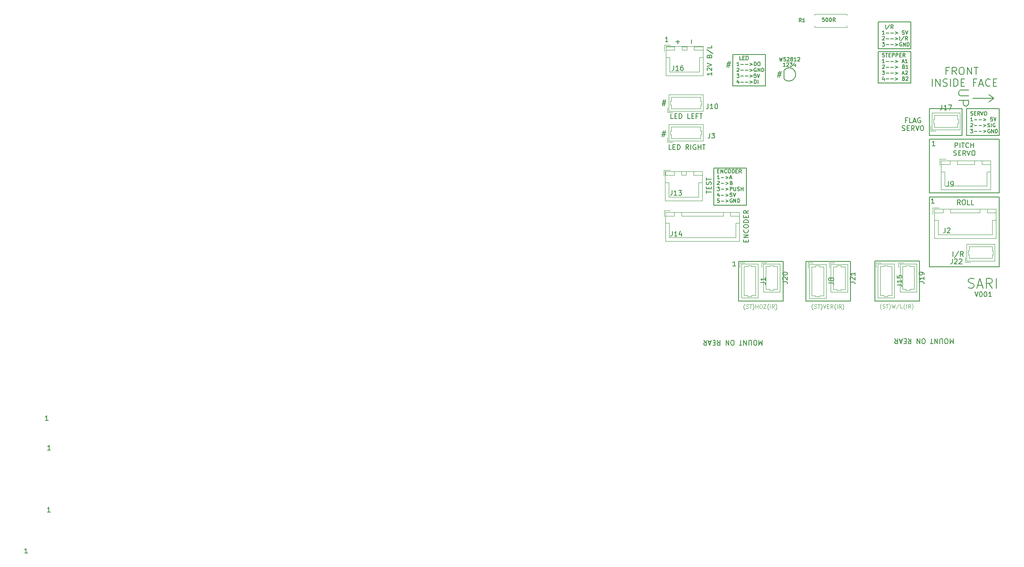
<source format=gbr>
G04 #@! TF.GenerationSoftware,KiCad,Pcbnew,(6.0.7-1)-1*
G04 #@! TF.CreationDate,2023-05-21T10:21:50+10:00*
G04 #@! TF.ProjectId,SARI_PCB,53415249-5f50-4434-922e-6b696361645f,rev?*
G04 #@! TF.SameCoordinates,Original*
G04 #@! TF.FileFunction,Legend,Top*
G04 #@! TF.FilePolarity,Positive*
%FSLAX46Y46*%
G04 Gerber Fmt 4.6, Leading zero omitted, Abs format (unit mm)*
G04 Created by KiCad (PCBNEW (6.0.7-1)-1) date 2023-05-21 10:21:50*
%MOMM*%
%LPD*%
G01*
G04 APERTURE LIST*
%ADD10C,0.150000*%
%ADD11C,0.125000*%
%ADD12C,0.120000*%
G04 APERTURE END LIST*
D10*
X181538500Y-40944500D02*
X188269500Y-40944500D01*
X188269500Y-40944500D02*
X188269500Y-46405500D01*
X188269500Y-46405500D02*
X181538500Y-46405500D01*
X181538500Y-46405500D02*
X181538500Y-40944500D01*
X162050000Y-98200000D02*
X152900000Y-98200000D01*
X152900000Y-98200000D02*
X152900000Y-90000000D01*
X152900000Y-90000000D02*
X162050000Y-90000000D01*
X162050000Y-90000000D02*
X162050000Y-98200000D01*
X181534500Y-47000000D02*
X188265500Y-47000000D01*
X188265500Y-47000000D02*
X188265500Y-53477000D01*
X188265500Y-53477000D02*
X181534500Y-53477000D01*
X181534500Y-53477000D02*
X181534500Y-47000000D01*
X206350000Y-76000000D02*
X192050000Y-76000000D01*
X192050000Y-76000000D02*
X192050000Y-65000000D01*
X192050000Y-65000000D02*
X206350000Y-65000000D01*
X206350000Y-65000000D02*
X206350000Y-76000000D01*
X205209000Y-56600000D02*
X200891000Y-56600000D01*
X190000000Y-98150000D02*
X180850000Y-98150000D01*
X180850000Y-98150000D02*
X180850000Y-89950000D01*
X180850000Y-89950000D02*
X190000000Y-89950000D01*
X190000000Y-89950000D02*
X190000000Y-98150000D01*
X206350000Y-91150000D02*
X192050000Y-91150000D01*
X192050000Y-91150000D02*
X192050000Y-76800000D01*
X192050000Y-76800000D02*
X206350000Y-76800000D01*
X206350000Y-76800000D02*
X206350000Y-91150000D01*
X205209000Y-56600000D02*
X204193000Y-57362000D01*
X192000000Y-58719500D02*
X198731000Y-58719500D01*
X198731000Y-58719500D02*
X198731000Y-64180500D01*
X198731000Y-64180500D02*
X192000000Y-64180500D01*
X192000000Y-64180500D02*
X192000000Y-58719500D01*
X147834500Y-70900000D02*
X154565500Y-70900000D01*
X154565500Y-70900000D02*
X154565500Y-78520000D01*
X154565500Y-78520000D02*
X147834500Y-78520000D01*
X147834500Y-78520000D02*
X147834500Y-70900000D01*
X205209000Y-56600000D02*
X204193000Y-55838000D01*
X151719000Y-47611500D02*
X158450000Y-47611500D01*
X158450000Y-47611500D02*
X158450000Y-54088500D01*
X158450000Y-54088500D02*
X151719000Y-54088500D01*
X151719000Y-54088500D02*
X151719000Y-47611500D01*
X163750000Y-50450000D02*
X164150000Y-50700000D01*
X164350000Y-50900000D01*
X164500000Y-51200000D01*
X164600000Y-51500000D01*
X164600000Y-51900000D01*
X164500000Y-52300000D01*
X164200000Y-52700000D01*
X163850000Y-52950000D01*
X163450000Y-53050000D01*
X163050000Y-53050000D01*
X162700000Y-52950000D01*
X162350000Y-52700000D01*
X162250000Y-52550000D01*
X162250000Y-50850000D01*
X162450000Y-50650000D01*
X162650000Y-50500000D01*
X162900000Y-50400000D01*
X163300000Y-50350000D01*
X163750000Y-50450000D01*
X199619000Y-58739000D02*
X206350000Y-58739000D01*
X206350000Y-58739000D02*
X206350000Y-64200000D01*
X206350000Y-64200000D02*
X199619000Y-64200000D01*
X199619000Y-64200000D02*
X199619000Y-58739000D01*
X175900000Y-98200000D02*
X166750000Y-98200000D01*
X166750000Y-98200000D02*
X166750000Y-90000000D01*
X166750000Y-90000000D02*
X175900000Y-90000000D01*
X175900000Y-90000000D02*
X175900000Y-98200000D01*
D11*
X168171428Y-99966666D02*
X168133333Y-99928571D01*
X168057142Y-99814285D01*
X168019047Y-99738095D01*
X167980952Y-99623809D01*
X167942857Y-99433333D01*
X167942857Y-99280952D01*
X167980952Y-99090476D01*
X168019047Y-98976190D01*
X168057142Y-98900000D01*
X168133333Y-98785714D01*
X168171428Y-98747619D01*
X168438095Y-99623809D02*
X168552380Y-99661904D01*
X168742857Y-99661904D01*
X168819047Y-99623809D01*
X168857142Y-99585714D01*
X168895238Y-99509523D01*
X168895238Y-99433333D01*
X168857142Y-99357142D01*
X168819047Y-99319047D01*
X168742857Y-99280952D01*
X168590476Y-99242857D01*
X168514285Y-99204761D01*
X168476190Y-99166666D01*
X168438095Y-99090476D01*
X168438095Y-99014285D01*
X168476190Y-98938095D01*
X168514285Y-98900000D01*
X168590476Y-98861904D01*
X168780952Y-98861904D01*
X168895238Y-98900000D01*
X169123809Y-98861904D02*
X169580952Y-98861904D01*
X169352380Y-99661904D02*
X169352380Y-98861904D01*
X169771428Y-99966666D02*
X169809523Y-99928571D01*
X169885714Y-99814285D01*
X169923809Y-99738095D01*
X169961904Y-99623809D01*
X170000000Y-99433333D01*
X170000000Y-99280952D01*
X169961904Y-99090476D01*
X169923809Y-98976190D01*
X169885714Y-98900000D01*
X169809523Y-98785714D01*
X169771428Y-98747619D01*
X170266666Y-98861904D02*
X170533333Y-99661904D01*
X170800000Y-98861904D01*
X171066666Y-99242857D02*
X171333333Y-99242857D01*
X171447619Y-99661904D02*
X171066666Y-99661904D01*
X171066666Y-98861904D01*
X171447619Y-98861904D01*
X172247619Y-99661904D02*
X171980952Y-99280952D01*
X171790476Y-99661904D02*
X171790476Y-98861904D01*
X172095238Y-98861904D01*
X172171428Y-98900000D01*
X172209523Y-98938095D01*
X172247619Y-99014285D01*
X172247619Y-99128571D01*
X172209523Y-99204761D01*
X172171428Y-99242857D01*
X172095238Y-99280952D01*
X171790476Y-99280952D01*
X172819047Y-99966666D02*
X172780952Y-99928571D01*
X172704761Y-99814285D01*
X172666666Y-99738095D01*
X172628571Y-99623809D01*
X172590476Y-99433333D01*
X172590476Y-99280952D01*
X172628571Y-99090476D01*
X172666666Y-98976190D01*
X172704761Y-98900000D01*
X172780952Y-98785714D01*
X172819047Y-98747619D01*
X173123809Y-99661904D02*
X173123809Y-98861904D01*
X173961904Y-99661904D02*
X173695238Y-99280952D01*
X173504761Y-99661904D02*
X173504761Y-98861904D01*
X173809523Y-98861904D01*
X173885714Y-98900000D01*
X173923809Y-98938095D01*
X173961904Y-99014285D01*
X173961904Y-99128571D01*
X173923809Y-99204761D01*
X173885714Y-99242857D01*
X173809523Y-99280952D01*
X173504761Y-99280952D01*
X174228571Y-99966666D02*
X174266666Y-99928571D01*
X174342857Y-99814285D01*
X174380952Y-99738095D01*
X174419047Y-99623809D01*
X174457142Y-99433333D01*
X174457142Y-99280952D01*
X174419047Y-99090476D01*
X174380952Y-98976190D01*
X174342857Y-98900000D01*
X174266666Y-98785714D01*
X174228571Y-98747619D01*
D10*
X11832135Y-141395862D02*
X11260706Y-141395862D01*
X11546421Y-141395862D02*
X11546421Y-140395862D01*
X11451182Y-140538720D01*
X11355944Y-140633958D01*
X11260706Y-140681577D01*
D11*
X182176190Y-99916666D02*
X182138095Y-99878571D01*
X182061904Y-99764285D01*
X182023809Y-99688095D01*
X181985714Y-99573809D01*
X181947619Y-99383333D01*
X181947619Y-99230952D01*
X181985714Y-99040476D01*
X182023809Y-98926190D01*
X182061904Y-98850000D01*
X182138095Y-98735714D01*
X182176190Y-98697619D01*
X182442857Y-99573809D02*
X182557142Y-99611904D01*
X182747619Y-99611904D01*
X182823809Y-99573809D01*
X182861904Y-99535714D01*
X182900000Y-99459523D01*
X182900000Y-99383333D01*
X182861904Y-99307142D01*
X182823809Y-99269047D01*
X182747619Y-99230952D01*
X182595238Y-99192857D01*
X182519047Y-99154761D01*
X182480952Y-99116666D01*
X182442857Y-99040476D01*
X182442857Y-98964285D01*
X182480952Y-98888095D01*
X182519047Y-98850000D01*
X182595238Y-98811904D01*
X182785714Y-98811904D01*
X182900000Y-98850000D01*
X183128571Y-98811904D02*
X183585714Y-98811904D01*
X183357142Y-99611904D02*
X183357142Y-98811904D01*
X183776190Y-99916666D02*
X183814285Y-99878571D01*
X183890476Y-99764285D01*
X183928571Y-99688095D01*
X183966666Y-99573809D01*
X184004761Y-99383333D01*
X184004761Y-99230952D01*
X183966666Y-99040476D01*
X183928571Y-98926190D01*
X183890476Y-98850000D01*
X183814285Y-98735714D01*
X183776190Y-98697619D01*
X184309523Y-98811904D02*
X184500000Y-99611904D01*
X184652380Y-99040476D01*
X184804761Y-99611904D01*
X184995238Y-98811904D01*
X185871428Y-98773809D02*
X185185714Y-99802380D01*
X186519047Y-99611904D02*
X186138095Y-99611904D01*
X186138095Y-98811904D01*
X187014285Y-99916666D02*
X186976190Y-99878571D01*
X186900000Y-99764285D01*
X186861904Y-99688095D01*
X186823809Y-99573809D01*
X186785714Y-99383333D01*
X186785714Y-99230952D01*
X186823809Y-99040476D01*
X186861904Y-98926190D01*
X186900000Y-98850000D01*
X186976190Y-98735714D01*
X187014285Y-98697619D01*
X187319047Y-99611904D02*
X187319047Y-98811904D01*
X188157142Y-99611904D02*
X187890476Y-99230952D01*
X187700000Y-99611904D02*
X187700000Y-98811904D01*
X188004761Y-98811904D01*
X188080952Y-98850000D01*
X188119047Y-98888095D01*
X188157142Y-98964285D01*
X188157142Y-99078571D01*
X188119047Y-99154761D01*
X188080952Y-99192857D01*
X188004761Y-99230952D01*
X187700000Y-99230952D01*
X188423809Y-99916666D02*
X188461904Y-99878571D01*
X188538095Y-99764285D01*
X188576190Y-99688095D01*
X188614285Y-99573809D01*
X188652380Y-99383333D01*
X188652380Y-99230952D01*
X188614285Y-99040476D01*
X188576190Y-98926190D01*
X188538095Y-98850000D01*
X188461904Y-98735714D01*
X188423809Y-98697619D01*
D10*
X137337976Y-57235714D02*
X138052261Y-57235714D01*
X137623690Y-56807142D02*
X137337976Y-58092857D01*
X137957023Y-57664285D02*
X137242738Y-57664285D01*
X137671309Y-58092857D02*
X137957023Y-56807142D01*
X196876190Y-89002380D02*
X196876190Y-88002380D01*
X198066666Y-87954761D02*
X197209523Y-89240476D01*
X198971428Y-89002380D02*
X198638095Y-88526190D01*
X198400000Y-89002380D02*
X198400000Y-88002380D01*
X198780952Y-88002380D01*
X198876190Y-88050000D01*
X198923809Y-88097619D01*
X198971428Y-88192857D01*
X198971428Y-88335714D01*
X198923809Y-88430952D01*
X198876190Y-88478571D01*
X198780952Y-88526190D01*
X198400000Y-88526190D01*
X161292857Y-48189285D02*
X161471428Y-48939285D01*
X161614285Y-48403571D01*
X161757142Y-48939285D01*
X161935714Y-48189285D01*
X162185714Y-48903571D02*
X162292857Y-48939285D01*
X162471428Y-48939285D01*
X162542857Y-48903571D01*
X162578571Y-48867857D01*
X162614285Y-48796428D01*
X162614285Y-48725000D01*
X162578571Y-48653571D01*
X162542857Y-48617857D01*
X162471428Y-48582142D01*
X162328571Y-48546428D01*
X162257142Y-48510714D01*
X162221428Y-48475000D01*
X162185714Y-48403571D01*
X162185714Y-48332142D01*
X162221428Y-48260714D01*
X162257142Y-48225000D01*
X162328571Y-48189285D01*
X162507142Y-48189285D01*
X162614285Y-48225000D01*
X162900000Y-48260714D02*
X162935714Y-48225000D01*
X163007142Y-48189285D01*
X163185714Y-48189285D01*
X163257142Y-48225000D01*
X163292857Y-48260714D01*
X163328571Y-48332142D01*
X163328571Y-48403571D01*
X163292857Y-48510714D01*
X162864285Y-48939285D01*
X163328571Y-48939285D01*
X163757142Y-48510714D02*
X163685714Y-48475000D01*
X163650000Y-48439285D01*
X163614285Y-48367857D01*
X163614285Y-48332142D01*
X163650000Y-48260714D01*
X163685714Y-48225000D01*
X163757142Y-48189285D01*
X163900000Y-48189285D01*
X163971428Y-48225000D01*
X164007142Y-48260714D01*
X164042857Y-48332142D01*
X164042857Y-48367857D01*
X164007142Y-48439285D01*
X163971428Y-48475000D01*
X163900000Y-48510714D01*
X163757142Y-48510714D01*
X163685714Y-48546428D01*
X163650000Y-48582142D01*
X163614285Y-48653571D01*
X163614285Y-48796428D01*
X163650000Y-48867857D01*
X163685714Y-48903571D01*
X163757142Y-48939285D01*
X163900000Y-48939285D01*
X163971428Y-48903571D01*
X164007142Y-48867857D01*
X164042857Y-48796428D01*
X164042857Y-48653571D01*
X164007142Y-48582142D01*
X163971428Y-48546428D01*
X163900000Y-48510714D01*
X164757142Y-48939285D02*
X164328571Y-48939285D01*
X164542857Y-48939285D02*
X164542857Y-48189285D01*
X164471428Y-48296428D01*
X164400000Y-48367857D01*
X164328571Y-48403571D01*
X165042857Y-48260714D02*
X165078571Y-48225000D01*
X165150000Y-48189285D01*
X165328571Y-48189285D01*
X165400000Y-48225000D01*
X165435714Y-48260714D01*
X165471428Y-48332142D01*
X165471428Y-48403571D01*
X165435714Y-48510714D01*
X165007142Y-48939285D01*
X165471428Y-48939285D01*
X11432135Y-122645862D02*
X10860706Y-122645862D01*
X11146421Y-122645862D02*
X11146421Y-121645862D01*
X11051182Y-121788720D01*
X10955944Y-121883958D01*
X10860706Y-121931577D01*
D11*
X154207142Y-99966666D02*
X154169047Y-99928571D01*
X154092857Y-99814285D01*
X154054761Y-99738095D01*
X154016666Y-99623809D01*
X153978571Y-99433333D01*
X153978571Y-99280952D01*
X154016666Y-99090476D01*
X154054761Y-98976190D01*
X154092857Y-98900000D01*
X154169047Y-98785714D01*
X154207142Y-98747619D01*
X154473809Y-99623809D02*
X154588095Y-99661904D01*
X154778571Y-99661904D01*
X154854761Y-99623809D01*
X154892857Y-99585714D01*
X154930952Y-99509523D01*
X154930952Y-99433333D01*
X154892857Y-99357142D01*
X154854761Y-99319047D01*
X154778571Y-99280952D01*
X154626190Y-99242857D01*
X154550000Y-99204761D01*
X154511904Y-99166666D01*
X154473809Y-99090476D01*
X154473809Y-99014285D01*
X154511904Y-98938095D01*
X154550000Y-98900000D01*
X154626190Y-98861904D01*
X154816666Y-98861904D01*
X154930952Y-98900000D01*
X155159523Y-98861904D02*
X155616666Y-98861904D01*
X155388095Y-99661904D02*
X155388095Y-98861904D01*
X155807142Y-99966666D02*
X155845238Y-99928571D01*
X155921428Y-99814285D01*
X155959523Y-99738095D01*
X155997619Y-99623809D01*
X156035714Y-99433333D01*
X156035714Y-99280952D01*
X155997619Y-99090476D01*
X155959523Y-98976190D01*
X155921428Y-98900000D01*
X155845238Y-98785714D01*
X155807142Y-98747619D01*
X156416666Y-99661904D02*
X156416666Y-98861904D01*
X156416666Y-99242857D02*
X156873809Y-99242857D01*
X156873809Y-99661904D02*
X156873809Y-98861904D01*
X157407142Y-98861904D02*
X157559523Y-98861904D01*
X157635714Y-98900000D01*
X157711904Y-98976190D01*
X157750000Y-99128571D01*
X157750000Y-99395238D01*
X157711904Y-99547619D01*
X157635714Y-99623809D01*
X157559523Y-99661904D01*
X157407142Y-99661904D01*
X157330952Y-99623809D01*
X157254761Y-99547619D01*
X157216666Y-99395238D01*
X157216666Y-99128571D01*
X157254761Y-98976190D01*
X157330952Y-98900000D01*
X157407142Y-98861904D01*
X158016666Y-98861904D02*
X158550000Y-98861904D01*
X158016666Y-99661904D01*
X158550000Y-99661904D01*
X159083333Y-99966666D02*
X159045238Y-99928571D01*
X158969047Y-99814285D01*
X158930952Y-99738095D01*
X158892857Y-99623809D01*
X158854761Y-99433333D01*
X158854761Y-99280952D01*
X158892857Y-99090476D01*
X158930952Y-98976190D01*
X158969047Y-98900000D01*
X159045238Y-98785714D01*
X159083333Y-98747619D01*
X159388095Y-99661904D02*
X159388095Y-98861904D01*
X160226190Y-99661904D02*
X159959523Y-99280952D01*
X159769047Y-99661904D02*
X159769047Y-98861904D01*
X160073809Y-98861904D01*
X160150000Y-98900000D01*
X160188095Y-98938095D01*
X160226190Y-99014285D01*
X160226190Y-99128571D01*
X160188095Y-99204761D01*
X160150000Y-99242857D01*
X160073809Y-99280952D01*
X159769047Y-99280952D01*
X160492857Y-99966666D02*
X160530952Y-99928571D01*
X160607142Y-99814285D01*
X160645238Y-99738095D01*
X160683333Y-99623809D01*
X160721428Y-99433333D01*
X160721428Y-99280952D01*
X160683333Y-99090476D01*
X160645238Y-98976190D01*
X160607142Y-98900000D01*
X160530952Y-98785714D01*
X160492857Y-98747619D01*
D10*
X153558642Y-48710785D02*
X153201500Y-48710785D01*
X153201500Y-47960785D01*
X153808642Y-48317928D02*
X154058642Y-48317928D01*
X154165785Y-48710785D02*
X153808642Y-48710785D01*
X153808642Y-47960785D01*
X154165785Y-47960785D01*
X154487214Y-48710785D02*
X154487214Y-47960785D01*
X154665785Y-47960785D01*
X154772928Y-47996500D01*
X154844357Y-48067928D01*
X154880071Y-48139357D01*
X154915785Y-48282214D01*
X154915785Y-48389357D01*
X154880071Y-48532214D01*
X154844357Y-48603642D01*
X154772928Y-48675071D01*
X154665785Y-48710785D01*
X154487214Y-48710785D01*
X153022928Y-49918285D02*
X152594357Y-49918285D01*
X152808642Y-49918285D02*
X152808642Y-49168285D01*
X152737214Y-49275428D01*
X152665785Y-49346857D01*
X152594357Y-49382571D01*
X153344357Y-49632571D02*
X153915785Y-49632571D01*
X154272928Y-49632571D02*
X154844357Y-49632571D01*
X155201500Y-49418285D02*
X155772928Y-49632571D01*
X155201500Y-49846857D01*
X156130071Y-49918285D02*
X156130071Y-49168285D01*
X156308642Y-49168285D01*
X156415785Y-49204000D01*
X156487214Y-49275428D01*
X156522928Y-49346857D01*
X156558642Y-49489714D01*
X156558642Y-49596857D01*
X156522928Y-49739714D01*
X156487214Y-49811142D01*
X156415785Y-49882571D01*
X156308642Y-49918285D01*
X156130071Y-49918285D01*
X157022928Y-49168285D02*
X157165785Y-49168285D01*
X157237214Y-49204000D01*
X157308642Y-49275428D01*
X157344357Y-49418285D01*
X157344357Y-49668285D01*
X157308642Y-49811142D01*
X157237214Y-49882571D01*
X157165785Y-49918285D01*
X157022928Y-49918285D01*
X156951500Y-49882571D01*
X156880071Y-49811142D01*
X156844357Y-49668285D01*
X156844357Y-49418285D01*
X156880071Y-49275428D01*
X156951500Y-49204000D01*
X157022928Y-49168285D01*
X152594357Y-50447214D02*
X152630071Y-50411500D01*
X152701500Y-50375785D01*
X152880071Y-50375785D01*
X152951500Y-50411500D01*
X152987214Y-50447214D01*
X153022928Y-50518642D01*
X153022928Y-50590071D01*
X152987214Y-50697214D01*
X152558642Y-51125785D01*
X153022928Y-51125785D01*
X153344357Y-50840071D02*
X153915785Y-50840071D01*
X154272928Y-50840071D02*
X154844357Y-50840071D01*
X155201500Y-50625785D02*
X155772928Y-50840071D01*
X155201500Y-51054357D01*
X156522928Y-50411500D02*
X156451500Y-50375785D01*
X156344357Y-50375785D01*
X156237214Y-50411500D01*
X156165785Y-50482928D01*
X156130071Y-50554357D01*
X156094357Y-50697214D01*
X156094357Y-50804357D01*
X156130071Y-50947214D01*
X156165785Y-51018642D01*
X156237214Y-51090071D01*
X156344357Y-51125785D01*
X156415785Y-51125785D01*
X156522928Y-51090071D01*
X156558642Y-51054357D01*
X156558642Y-50804357D01*
X156415785Y-50804357D01*
X156880071Y-51125785D02*
X156880071Y-50375785D01*
X157308642Y-51125785D01*
X157308642Y-50375785D01*
X157665785Y-51125785D02*
X157665785Y-50375785D01*
X157844357Y-50375785D01*
X157951500Y-50411500D01*
X158022928Y-50482928D01*
X158058642Y-50554357D01*
X158094357Y-50697214D01*
X158094357Y-50804357D01*
X158058642Y-50947214D01*
X158022928Y-51018642D01*
X157951500Y-51090071D01*
X157844357Y-51125785D01*
X157665785Y-51125785D01*
X152558642Y-51583285D02*
X153022928Y-51583285D01*
X152772928Y-51869000D01*
X152880071Y-51869000D01*
X152951500Y-51904714D01*
X152987214Y-51940428D01*
X153022928Y-52011857D01*
X153022928Y-52190428D01*
X152987214Y-52261857D01*
X152951500Y-52297571D01*
X152880071Y-52333285D01*
X152665785Y-52333285D01*
X152594357Y-52297571D01*
X152558642Y-52261857D01*
X153344357Y-52047571D02*
X153915785Y-52047571D01*
X154272928Y-52047571D02*
X154844357Y-52047571D01*
X155201500Y-51833285D02*
X155772928Y-52047571D01*
X155201500Y-52261857D01*
X156487214Y-51583285D02*
X156130071Y-51583285D01*
X156094357Y-51940428D01*
X156130071Y-51904714D01*
X156201500Y-51869000D01*
X156380071Y-51869000D01*
X156451500Y-51904714D01*
X156487214Y-51940428D01*
X156522928Y-52011857D01*
X156522928Y-52190428D01*
X156487214Y-52261857D01*
X156451500Y-52297571D01*
X156380071Y-52333285D01*
X156201500Y-52333285D01*
X156130071Y-52297571D01*
X156094357Y-52261857D01*
X156737214Y-51583285D02*
X156987214Y-52333285D01*
X157237214Y-51583285D01*
X152951500Y-53040785D02*
X152951500Y-53540785D01*
X152772928Y-52755071D02*
X152594357Y-53290785D01*
X153058642Y-53290785D01*
X153344357Y-53255071D02*
X153915785Y-53255071D01*
X154272928Y-53255071D02*
X154844357Y-53255071D01*
X155201500Y-53040785D02*
X155772928Y-53255071D01*
X155201500Y-53469357D01*
X156130071Y-53540785D02*
X156130071Y-52790785D01*
X156308642Y-52790785D01*
X156415785Y-52826500D01*
X156487214Y-52897928D01*
X156522928Y-52969357D01*
X156558642Y-53112214D01*
X156558642Y-53219357D01*
X156522928Y-53362214D01*
X156487214Y-53433642D01*
X156415785Y-53505071D01*
X156308642Y-53540785D01*
X156130071Y-53540785D01*
X156880071Y-53540785D02*
X156880071Y-52790785D01*
X200045238Y-54923690D02*
X198426190Y-54923690D01*
X198235714Y-55018928D01*
X198140476Y-55114166D01*
X198045238Y-55304642D01*
X198045238Y-55685595D01*
X198140476Y-55876071D01*
X198235714Y-55971309D01*
X198426190Y-56066547D01*
X200045238Y-56066547D01*
X198045238Y-57018928D02*
X200045238Y-57018928D01*
X200045238Y-57780833D01*
X199950000Y-57971309D01*
X199854761Y-58066547D01*
X199664285Y-58161785D01*
X199378571Y-58161785D01*
X199188095Y-58066547D01*
X199092857Y-57971309D01*
X198997619Y-57780833D01*
X198997619Y-57018928D01*
X183021000Y-42266535D02*
X183021000Y-41516535D01*
X183913857Y-41480821D02*
X183271000Y-42445107D01*
X184592428Y-42266535D02*
X184342428Y-41909392D01*
X184163857Y-42266535D02*
X184163857Y-41516535D01*
X184449571Y-41516535D01*
X184521000Y-41552250D01*
X184556714Y-41587964D01*
X184592428Y-41659392D01*
X184592428Y-41766535D01*
X184556714Y-41837964D01*
X184521000Y-41873678D01*
X184449571Y-41909392D01*
X184163857Y-41909392D01*
X182842428Y-43474035D02*
X182413857Y-43474035D01*
X182628142Y-43474035D02*
X182628142Y-42724035D01*
X182556714Y-42831178D01*
X182485285Y-42902607D01*
X182413857Y-42938321D01*
X183163857Y-43188321D02*
X183735285Y-43188321D01*
X184092428Y-43188321D02*
X184663857Y-43188321D01*
X185021000Y-42974035D02*
X185592428Y-43188321D01*
X185021000Y-43402607D01*
X186878142Y-42724035D02*
X186521000Y-42724035D01*
X186485285Y-43081178D01*
X186521000Y-43045464D01*
X186592428Y-43009750D01*
X186771000Y-43009750D01*
X186842428Y-43045464D01*
X186878142Y-43081178D01*
X186913857Y-43152607D01*
X186913857Y-43331178D01*
X186878142Y-43402607D01*
X186842428Y-43438321D01*
X186771000Y-43474035D01*
X186592428Y-43474035D01*
X186521000Y-43438321D01*
X186485285Y-43402607D01*
X187128142Y-42724035D02*
X187378142Y-43474035D01*
X187628142Y-42724035D01*
X182413857Y-44002964D02*
X182449571Y-43967250D01*
X182521000Y-43931535D01*
X182699571Y-43931535D01*
X182771000Y-43967250D01*
X182806714Y-44002964D01*
X182842428Y-44074392D01*
X182842428Y-44145821D01*
X182806714Y-44252964D01*
X182378142Y-44681535D01*
X182842428Y-44681535D01*
X183163857Y-44395821D02*
X183735285Y-44395821D01*
X184092428Y-44395821D02*
X184663857Y-44395821D01*
X185021000Y-44181535D02*
X185592428Y-44395821D01*
X185021000Y-44610107D01*
X185949571Y-44681535D02*
X185949571Y-43931535D01*
X186842428Y-43895821D02*
X186199571Y-44860107D01*
X187521000Y-44681535D02*
X187271000Y-44324392D01*
X187092428Y-44681535D02*
X187092428Y-43931535D01*
X187378142Y-43931535D01*
X187449571Y-43967250D01*
X187485285Y-44002964D01*
X187521000Y-44074392D01*
X187521000Y-44181535D01*
X187485285Y-44252964D01*
X187449571Y-44288678D01*
X187378142Y-44324392D01*
X187092428Y-44324392D01*
X182378142Y-45139035D02*
X182842428Y-45139035D01*
X182592428Y-45424750D01*
X182699571Y-45424750D01*
X182771000Y-45460464D01*
X182806714Y-45496178D01*
X182842428Y-45567607D01*
X182842428Y-45746178D01*
X182806714Y-45817607D01*
X182771000Y-45853321D01*
X182699571Y-45889035D01*
X182485285Y-45889035D01*
X182413857Y-45853321D01*
X182378142Y-45817607D01*
X183163857Y-45603321D02*
X183735285Y-45603321D01*
X184092428Y-45603321D02*
X184663857Y-45603321D01*
X185021000Y-45389035D02*
X185592428Y-45603321D01*
X185021000Y-45817607D01*
X186342428Y-45174750D02*
X186271000Y-45139035D01*
X186163857Y-45139035D01*
X186056714Y-45174750D01*
X185985285Y-45246178D01*
X185949571Y-45317607D01*
X185913857Y-45460464D01*
X185913857Y-45567607D01*
X185949571Y-45710464D01*
X185985285Y-45781892D01*
X186056714Y-45853321D01*
X186163857Y-45889035D01*
X186235285Y-45889035D01*
X186342428Y-45853321D01*
X186378142Y-45817607D01*
X186378142Y-45567607D01*
X186235285Y-45567607D01*
X186699571Y-45889035D02*
X186699571Y-45139035D01*
X187128142Y-45889035D01*
X187128142Y-45139035D01*
X187485285Y-45889035D02*
X187485285Y-45139035D01*
X187663857Y-45139035D01*
X187771000Y-45174750D01*
X187842428Y-45246178D01*
X187878142Y-45317607D01*
X187913857Y-45460464D01*
X187913857Y-45567607D01*
X187878142Y-45710464D01*
X187842428Y-45781892D01*
X187771000Y-45853321D01*
X187663857Y-45889035D01*
X187485285Y-45889035D01*
X138485714Y-44952380D02*
X137914285Y-44952380D01*
X138200000Y-44952380D02*
X138200000Y-43952380D01*
X138104761Y-44095238D01*
X138009523Y-44190476D01*
X137914285Y-44238095D01*
X150572476Y-49424214D02*
X151286761Y-49424214D01*
X150858190Y-48995642D02*
X150572476Y-50281357D01*
X151191523Y-49852785D02*
X150477238Y-49852785D01*
X150905809Y-50281357D02*
X151191523Y-48995642D01*
X143271428Y-45355952D02*
X143271428Y-44594047D01*
X200028452Y-95409523D02*
X200314166Y-95504761D01*
X200790357Y-95504761D01*
X200980833Y-95409523D01*
X201076071Y-95314285D01*
X201171309Y-95123809D01*
X201171309Y-94933333D01*
X201076071Y-94742857D01*
X200980833Y-94647619D01*
X200790357Y-94552380D01*
X200409404Y-94457142D01*
X200218928Y-94361904D01*
X200123690Y-94266666D01*
X200028452Y-94076190D01*
X200028452Y-93885714D01*
X200123690Y-93695238D01*
X200218928Y-93600000D01*
X200409404Y-93504761D01*
X200885595Y-93504761D01*
X201171309Y-93600000D01*
X201933214Y-94933333D02*
X202885595Y-94933333D01*
X201742738Y-95504761D02*
X202409404Y-93504761D01*
X203076071Y-95504761D01*
X204885595Y-95504761D02*
X204218928Y-94552380D01*
X203742738Y-95504761D02*
X203742738Y-93504761D01*
X204504642Y-93504761D01*
X204695119Y-93600000D01*
X204790357Y-93695238D01*
X204885595Y-93885714D01*
X204885595Y-94171428D01*
X204790357Y-94361904D01*
X204695119Y-94457142D01*
X204504642Y-94552380D01*
X203742738Y-94552380D01*
X205742738Y-95504761D02*
X205742738Y-93504761D01*
X197295238Y-66697380D02*
X197295238Y-65697380D01*
X197676190Y-65697380D01*
X197771428Y-65745000D01*
X197819047Y-65792619D01*
X197866666Y-65887857D01*
X197866666Y-66030714D01*
X197819047Y-66125952D01*
X197771428Y-66173571D01*
X197676190Y-66221190D01*
X197295238Y-66221190D01*
X198295238Y-66697380D02*
X198295238Y-65697380D01*
X198628571Y-65697380D02*
X199200000Y-65697380D01*
X198914285Y-66697380D02*
X198914285Y-65697380D01*
X200104761Y-66602142D02*
X200057142Y-66649761D01*
X199914285Y-66697380D01*
X199819047Y-66697380D01*
X199676190Y-66649761D01*
X199580952Y-66554523D01*
X199533333Y-66459285D01*
X199485714Y-66268809D01*
X199485714Y-66125952D01*
X199533333Y-65935476D01*
X199580952Y-65840238D01*
X199676190Y-65745000D01*
X199819047Y-65697380D01*
X199914285Y-65697380D01*
X200057142Y-65745000D01*
X200104761Y-65792619D01*
X200533333Y-66697380D02*
X200533333Y-65697380D01*
X200533333Y-66173571D02*
X201104761Y-66173571D01*
X201104761Y-66697380D02*
X201104761Y-65697380D01*
X197009523Y-68259761D02*
X197152380Y-68307380D01*
X197390476Y-68307380D01*
X197485714Y-68259761D01*
X197533333Y-68212142D01*
X197580952Y-68116904D01*
X197580952Y-68021666D01*
X197533333Y-67926428D01*
X197485714Y-67878809D01*
X197390476Y-67831190D01*
X197200000Y-67783571D01*
X197104761Y-67735952D01*
X197057142Y-67688333D01*
X197009523Y-67593095D01*
X197009523Y-67497857D01*
X197057142Y-67402619D01*
X197104761Y-67355000D01*
X197200000Y-67307380D01*
X197438095Y-67307380D01*
X197580952Y-67355000D01*
X198009523Y-67783571D02*
X198342857Y-67783571D01*
X198485714Y-68307380D02*
X198009523Y-68307380D01*
X198009523Y-67307380D01*
X198485714Y-67307380D01*
X199485714Y-68307380D02*
X199152380Y-67831190D01*
X198914285Y-68307380D02*
X198914285Y-67307380D01*
X199295238Y-67307380D01*
X199390476Y-67355000D01*
X199438095Y-67402619D01*
X199485714Y-67497857D01*
X199485714Y-67640714D01*
X199438095Y-67735952D01*
X199390476Y-67783571D01*
X199295238Y-67831190D01*
X198914285Y-67831190D01*
X199771428Y-67307380D02*
X200104761Y-68307380D01*
X200438095Y-67307380D01*
X200961904Y-67307380D02*
X201152380Y-67307380D01*
X201247619Y-67355000D01*
X201342857Y-67450238D01*
X201390476Y-67640714D01*
X201390476Y-67974047D01*
X201342857Y-68164523D01*
X201247619Y-68259761D01*
X201152380Y-68307380D01*
X200961904Y-68307380D01*
X200866666Y-68259761D01*
X200771428Y-68164523D01*
X200723809Y-67974047D01*
X200723809Y-67640714D01*
X200771428Y-67450238D01*
X200866666Y-67355000D01*
X200961904Y-67307380D01*
X196926190Y-105897619D02*
X196926190Y-106897619D01*
X196592857Y-106183333D01*
X196259523Y-106897619D01*
X196259523Y-105897619D01*
X195592857Y-106897619D02*
X195402380Y-106897619D01*
X195307142Y-106850000D01*
X195211904Y-106754761D01*
X195164285Y-106564285D01*
X195164285Y-106230952D01*
X195211904Y-106040476D01*
X195307142Y-105945238D01*
X195402380Y-105897619D01*
X195592857Y-105897619D01*
X195688095Y-105945238D01*
X195783333Y-106040476D01*
X195830952Y-106230952D01*
X195830952Y-106564285D01*
X195783333Y-106754761D01*
X195688095Y-106850000D01*
X195592857Y-106897619D01*
X194735714Y-106897619D02*
X194735714Y-106088095D01*
X194688095Y-105992857D01*
X194640476Y-105945238D01*
X194545238Y-105897619D01*
X194354761Y-105897619D01*
X194259523Y-105945238D01*
X194211904Y-105992857D01*
X194164285Y-106088095D01*
X194164285Y-106897619D01*
X193688095Y-105897619D02*
X193688095Y-106897619D01*
X193116666Y-105897619D01*
X193116666Y-106897619D01*
X192783333Y-106897619D02*
X192211904Y-106897619D01*
X192497619Y-105897619D02*
X192497619Y-106897619D01*
X190926190Y-106897619D02*
X190735714Y-106897619D01*
X190640476Y-106850000D01*
X190545238Y-106754761D01*
X190497619Y-106564285D01*
X190497619Y-106230952D01*
X190545238Y-106040476D01*
X190640476Y-105945238D01*
X190735714Y-105897619D01*
X190926190Y-105897619D01*
X191021428Y-105945238D01*
X191116666Y-106040476D01*
X191164285Y-106230952D01*
X191164285Y-106564285D01*
X191116666Y-106754761D01*
X191021428Y-106850000D01*
X190926190Y-106897619D01*
X190069047Y-105897619D02*
X190069047Y-106897619D01*
X189497619Y-105897619D01*
X189497619Y-106897619D01*
X187688095Y-105897619D02*
X188021428Y-106373809D01*
X188259523Y-105897619D02*
X188259523Y-106897619D01*
X187878571Y-106897619D01*
X187783333Y-106850000D01*
X187735714Y-106802380D01*
X187688095Y-106707142D01*
X187688095Y-106564285D01*
X187735714Y-106469047D01*
X187783333Y-106421428D01*
X187878571Y-106373809D01*
X188259523Y-106373809D01*
X187259523Y-106421428D02*
X186926190Y-106421428D01*
X186783333Y-105897619D02*
X187259523Y-105897619D01*
X187259523Y-106897619D01*
X186783333Y-106897619D01*
X186402380Y-106183333D02*
X185926190Y-106183333D01*
X186497619Y-105897619D02*
X186164285Y-106897619D01*
X185830952Y-105897619D01*
X184926190Y-105897619D02*
X185259523Y-106373809D01*
X185497619Y-105897619D02*
X185497619Y-106897619D01*
X185116666Y-106897619D01*
X185021428Y-106850000D01*
X184973809Y-106802380D01*
X184926190Y-106707142D01*
X184926190Y-106564285D01*
X184973809Y-106469047D01*
X185021428Y-106421428D01*
X185116666Y-106373809D01*
X185497619Y-106373809D01*
X161612023Y-51864285D02*
X160897738Y-51864285D01*
X161326309Y-52292857D02*
X161612023Y-51007142D01*
X160992976Y-51435714D02*
X161707261Y-51435714D01*
X161278690Y-51007142D02*
X160992976Y-52292857D01*
X140471428Y-45405952D02*
X140471428Y-44644047D01*
X140852380Y-45025000D02*
X140090476Y-45025000D01*
X152335714Y-91002380D02*
X151764285Y-91002380D01*
X152050000Y-91002380D02*
X152050000Y-90002380D01*
X151954761Y-90145238D01*
X151859523Y-90240476D01*
X151764285Y-90288095D01*
X201338095Y-96252380D02*
X201671428Y-97252380D01*
X202004761Y-96252380D01*
X202528571Y-96252380D02*
X202623809Y-96252380D01*
X202719047Y-96300000D01*
X202766666Y-96347619D01*
X202814285Y-96442857D01*
X202861904Y-96633333D01*
X202861904Y-96871428D01*
X202814285Y-97061904D01*
X202766666Y-97157142D01*
X202719047Y-97204761D01*
X202623809Y-97252380D01*
X202528571Y-97252380D01*
X202433333Y-97204761D01*
X202385714Y-97157142D01*
X202338095Y-97061904D01*
X202290476Y-96871428D01*
X202290476Y-96633333D01*
X202338095Y-96442857D01*
X202385714Y-96347619D01*
X202433333Y-96300000D01*
X202528571Y-96252380D01*
X203480952Y-96252380D02*
X203576190Y-96252380D01*
X203671428Y-96300000D01*
X203719047Y-96347619D01*
X203766666Y-96442857D01*
X203814285Y-96633333D01*
X203814285Y-96871428D01*
X203766666Y-97061904D01*
X203719047Y-97157142D01*
X203671428Y-97204761D01*
X203576190Y-97252380D01*
X203480952Y-97252380D01*
X203385714Y-97204761D01*
X203338095Y-97157142D01*
X203290476Y-97061904D01*
X203242857Y-96871428D01*
X203242857Y-96633333D01*
X203290476Y-96442857D01*
X203338095Y-96347619D01*
X203385714Y-96300000D01*
X203480952Y-96252380D01*
X204766666Y-97252380D02*
X204195238Y-97252380D01*
X204480952Y-97252380D02*
X204480952Y-96252380D01*
X204385714Y-96395238D01*
X204290476Y-96490476D01*
X204195238Y-96538095D01*
X170489285Y-40089285D02*
X170132142Y-40089285D01*
X170096428Y-40446428D01*
X170132142Y-40410714D01*
X170203571Y-40375000D01*
X170382142Y-40375000D01*
X170453571Y-40410714D01*
X170489285Y-40446428D01*
X170525000Y-40517857D01*
X170525000Y-40696428D01*
X170489285Y-40767857D01*
X170453571Y-40803571D01*
X170382142Y-40839285D01*
X170203571Y-40839285D01*
X170132142Y-40803571D01*
X170096428Y-40767857D01*
X170989285Y-40089285D02*
X171060714Y-40089285D01*
X171132142Y-40125000D01*
X171167857Y-40160714D01*
X171203571Y-40232142D01*
X171239285Y-40375000D01*
X171239285Y-40553571D01*
X171203571Y-40696428D01*
X171167857Y-40767857D01*
X171132142Y-40803571D01*
X171060714Y-40839285D01*
X170989285Y-40839285D01*
X170917857Y-40803571D01*
X170882142Y-40767857D01*
X170846428Y-40696428D01*
X170810714Y-40553571D01*
X170810714Y-40375000D01*
X170846428Y-40232142D01*
X170882142Y-40160714D01*
X170917857Y-40125000D01*
X170989285Y-40089285D01*
X171703571Y-40089285D02*
X171775000Y-40089285D01*
X171846428Y-40125000D01*
X171882142Y-40160714D01*
X171917857Y-40232142D01*
X171953571Y-40375000D01*
X171953571Y-40553571D01*
X171917857Y-40696428D01*
X171882142Y-40767857D01*
X171846428Y-40803571D01*
X171775000Y-40839285D01*
X171703571Y-40839285D01*
X171632142Y-40803571D01*
X171596428Y-40767857D01*
X171560714Y-40696428D01*
X171525000Y-40553571D01*
X171525000Y-40375000D01*
X171560714Y-40232142D01*
X171596428Y-40160714D01*
X171632142Y-40125000D01*
X171703571Y-40089285D01*
X172703571Y-40839285D02*
X172453571Y-40482142D01*
X172275000Y-40839285D02*
X172275000Y-40089285D01*
X172560714Y-40089285D01*
X172632142Y-40125000D01*
X172667857Y-40160714D01*
X172703571Y-40232142D01*
X172703571Y-40339285D01*
X172667857Y-40410714D01*
X172632142Y-40446428D01*
X172560714Y-40482142D01*
X172275000Y-40482142D01*
X157776190Y-106197619D02*
X157776190Y-107197619D01*
X157442857Y-106483333D01*
X157109523Y-107197619D01*
X157109523Y-106197619D01*
X156442857Y-107197619D02*
X156252380Y-107197619D01*
X156157142Y-107150000D01*
X156061904Y-107054761D01*
X156014285Y-106864285D01*
X156014285Y-106530952D01*
X156061904Y-106340476D01*
X156157142Y-106245238D01*
X156252380Y-106197619D01*
X156442857Y-106197619D01*
X156538095Y-106245238D01*
X156633333Y-106340476D01*
X156680952Y-106530952D01*
X156680952Y-106864285D01*
X156633333Y-107054761D01*
X156538095Y-107150000D01*
X156442857Y-107197619D01*
X155585714Y-107197619D02*
X155585714Y-106388095D01*
X155538095Y-106292857D01*
X155490476Y-106245238D01*
X155395238Y-106197619D01*
X155204761Y-106197619D01*
X155109523Y-106245238D01*
X155061904Y-106292857D01*
X155014285Y-106388095D01*
X155014285Y-107197619D01*
X154538095Y-106197619D02*
X154538095Y-107197619D01*
X153966666Y-106197619D01*
X153966666Y-107197619D01*
X153633333Y-107197619D02*
X153061904Y-107197619D01*
X153347619Y-106197619D02*
X153347619Y-107197619D01*
X151776190Y-107197619D02*
X151585714Y-107197619D01*
X151490476Y-107150000D01*
X151395238Y-107054761D01*
X151347619Y-106864285D01*
X151347619Y-106530952D01*
X151395238Y-106340476D01*
X151490476Y-106245238D01*
X151585714Y-106197619D01*
X151776190Y-106197619D01*
X151871428Y-106245238D01*
X151966666Y-106340476D01*
X152014285Y-106530952D01*
X152014285Y-106864285D01*
X151966666Y-107054761D01*
X151871428Y-107150000D01*
X151776190Y-107197619D01*
X150919047Y-106197619D02*
X150919047Y-107197619D01*
X150347619Y-106197619D01*
X150347619Y-107197619D01*
X148538095Y-106197619D02*
X148871428Y-106673809D01*
X149109523Y-106197619D02*
X149109523Y-107197619D01*
X148728571Y-107197619D01*
X148633333Y-107150000D01*
X148585714Y-107102380D01*
X148538095Y-107007142D01*
X148538095Y-106864285D01*
X148585714Y-106769047D01*
X148633333Y-106721428D01*
X148728571Y-106673809D01*
X149109523Y-106673809D01*
X148109523Y-106721428D02*
X147776190Y-106721428D01*
X147633333Y-106197619D02*
X148109523Y-106197619D01*
X148109523Y-107197619D01*
X147633333Y-107197619D01*
X147252380Y-106483333D02*
X146776190Y-106483333D01*
X147347619Y-106197619D02*
X147014285Y-107197619D01*
X146680952Y-106197619D01*
X145776190Y-106197619D02*
X146109523Y-106673809D01*
X146347619Y-106197619D02*
X146347619Y-107197619D01*
X145966666Y-107197619D01*
X145871428Y-107150000D01*
X145823809Y-107102380D01*
X145776190Y-107007142D01*
X145776190Y-106864285D01*
X145823809Y-106769047D01*
X145871428Y-106721428D01*
X145966666Y-106673809D01*
X146347619Y-106673809D01*
X193035714Y-78102380D02*
X192464285Y-78102380D01*
X192750000Y-78102380D02*
X192750000Y-77102380D01*
X192654761Y-77245238D01*
X192559523Y-77340476D01*
X192464285Y-77388095D01*
X139133333Y-67097380D02*
X138657142Y-67097380D01*
X138657142Y-66097380D01*
X139466666Y-66573571D02*
X139800000Y-66573571D01*
X139942857Y-67097380D02*
X139466666Y-67097380D01*
X139466666Y-66097380D01*
X139942857Y-66097380D01*
X140371428Y-67097380D02*
X140371428Y-66097380D01*
X140609523Y-66097380D01*
X140752380Y-66145000D01*
X140847619Y-66240238D01*
X140895238Y-66335476D01*
X140942857Y-66525952D01*
X140942857Y-66668809D01*
X140895238Y-66859285D01*
X140847619Y-66954523D01*
X140752380Y-67049761D01*
X140609523Y-67097380D01*
X140371428Y-67097380D01*
X142704761Y-67097380D02*
X142371428Y-66621190D01*
X142133333Y-67097380D02*
X142133333Y-66097380D01*
X142514285Y-66097380D01*
X142609523Y-66145000D01*
X142657142Y-66192619D01*
X142704761Y-66287857D01*
X142704761Y-66430714D01*
X142657142Y-66525952D01*
X142609523Y-66573571D01*
X142514285Y-66621190D01*
X142133333Y-66621190D01*
X143133333Y-67097380D02*
X143133333Y-66097380D01*
X144133333Y-66145000D02*
X144038095Y-66097380D01*
X143895238Y-66097380D01*
X143752380Y-66145000D01*
X143657142Y-66240238D01*
X143609523Y-66335476D01*
X143561904Y-66525952D01*
X143561904Y-66668809D01*
X143609523Y-66859285D01*
X143657142Y-66954523D01*
X143752380Y-67049761D01*
X143895238Y-67097380D01*
X143990476Y-67097380D01*
X144133333Y-67049761D01*
X144180952Y-67002142D01*
X144180952Y-66668809D01*
X143990476Y-66668809D01*
X144609523Y-67097380D02*
X144609523Y-66097380D01*
X144609523Y-66573571D02*
X145180952Y-66573571D01*
X145180952Y-67097380D02*
X145180952Y-66097380D01*
X145514285Y-66097380D02*
X146085714Y-66097380D01*
X145800000Y-67097380D02*
X145800000Y-66097380D01*
X195950000Y-50935357D02*
X195450000Y-50935357D01*
X195450000Y-51721071D02*
X195450000Y-50221071D01*
X196164285Y-50221071D01*
X197592857Y-51721071D02*
X197092857Y-51006785D01*
X196735714Y-51721071D02*
X196735714Y-50221071D01*
X197307142Y-50221071D01*
X197450000Y-50292500D01*
X197521428Y-50363928D01*
X197592857Y-50506785D01*
X197592857Y-50721071D01*
X197521428Y-50863928D01*
X197450000Y-50935357D01*
X197307142Y-51006785D01*
X196735714Y-51006785D01*
X198521428Y-50221071D02*
X198807142Y-50221071D01*
X198950000Y-50292500D01*
X199092857Y-50435357D01*
X199164285Y-50721071D01*
X199164285Y-51221071D01*
X199092857Y-51506785D01*
X198950000Y-51649642D01*
X198807142Y-51721071D01*
X198521428Y-51721071D01*
X198378571Y-51649642D01*
X198235714Y-51506785D01*
X198164285Y-51221071D01*
X198164285Y-50721071D01*
X198235714Y-50435357D01*
X198378571Y-50292500D01*
X198521428Y-50221071D01*
X199807142Y-51721071D02*
X199807142Y-50221071D01*
X200664285Y-51721071D01*
X200664285Y-50221071D01*
X201164285Y-50221071D02*
X202021428Y-50221071D01*
X201592857Y-51721071D02*
X201592857Y-50221071D01*
X192628571Y-54136071D02*
X192628571Y-52636071D01*
X193342857Y-54136071D02*
X193342857Y-52636071D01*
X194200000Y-54136071D01*
X194200000Y-52636071D01*
X194842857Y-54064642D02*
X195057142Y-54136071D01*
X195414285Y-54136071D01*
X195557142Y-54064642D01*
X195628571Y-53993214D01*
X195700000Y-53850357D01*
X195700000Y-53707500D01*
X195628571Y-53564642D01*
X195557142Y-53493214D01*
X195414285Y-53421785D01*
X195128571Y-53350357D01*
X194985714Y-53278928D01*
X194914285Y-53207500D01*
X194842857Y-53064642D01*
X194842857Y-52921785D01*
X194914285Y-52778928D01*
X194985714Y-52707500D01*
X195128571Y-52636071D01*
X195485714Y-52636071D01*
X195700000Y-52707500D01*
X196342857Y-54136071D02*
X196342857Y-52636071D01*
X197057142Y-54136071D02*
X197057142Y-52636071D01*
X197414285Y-52636071D01*
X197628571Y-52707500D01*
X197771428Y-52850357D01*
X197842857Y-52993214D01*
X197914285Y-53278928D01*
X197914285Y-53493214D01*
X197842857Y-53778928D01*
X197771428Y-53921785D01*
X197628571Y-54064642D01*
X197414285Y-54136071D01*
X197057142Y-54136071D01*
X198557142Y-53350357D02*
X199057142Y-53350357D01*
X199271428Y-54136071D02*
X198557142Y-54136071D01*
X198557142Y-52636071D01*
X199271428Y-52636071D01*
X201557142Y-53350357D02*
X201057142Y-53350357D01*
X201057142Y-54136071D02*
X201057142Y-52636071D01*
X201771428Y-52636071D01*
X202271428Y-53707500D02*
X202985714Y-53707500D01*
X202128571Y-54136071D02*
X202628571Y-52636071D01*
X203128571Y-54136071D01*
X204485714Y-53993214D02*
X204414285Y-54064642D01*
X204200000Y-54136071D01*
X204057142Y-54136071D01*
X203842857Y-54064642D01*
X203700000Y-53921785D01*
X203628571Y-53778928D01*
X203557142Y-53493214D01*
X203557142Y-53278928D01*
X203628571Y-52993214D01*
X203700000Y-52850357D01*
X203842857Y-52707500D01*
X204057142Y-52636071D01*
X204200000Y-52636071D01*
X204414285Y-52707500D01*
X204485714Y-52778928D01*
X205128571Y-53350357D02*
X205628571Y-53350357D01*
X205842857Y-54136071D02*
X205128571Y-54136071D01*
X205128571Y-52636071D01*
X205842857Y-52636071D01*
X139509523Y-60727380D02*
X139033333Y-60727380D01*
X139033333Y-59727380D01*
X139842857Y-60203571D02*
X140176190Y-60203571D01*
X140319047Y-60727380D02*
X139842857Y-60727380D01*
X139842857Y-59727380D01*
X140319047Y-59727380D01*
X140747619Y-60727380D02*
X140747619Y-59727380D01*
X140985714Y-59727380D01*
X141128571Y-59775000D01*
X141223809Y-59870238D01*
X141271428Y-59965476D01*
X141319047Y-60155952D01*
X141319047Y-60298809D01*
X141271428Y-60489285D01*
X141223809Y-60584523D01*
X141128571Y-60679761D01*
X140985714Y-60727380D01*
X140747619Y-60727380D01*
X142985714Y-60727380D02*
X142509523Y-60727380D01*
X142509523Y-59727380D01*
X143319047Y-60203571D02*
X143652380Y-60203571D01*
X143795238Y-60727380D02*
X143319047Y-60727380D01*
X143319047Y-59727380D01*
X143795238Y-59727380D01*
X144557142Y-60203571D02*
X144223809Y-60203571D01*
X144223809Y-60727380D02*
X144223809Y-59727380D01*
X144700000Y-59727380D01*
X144938095Y-59727380D02*
X145509523Y-59727380D01*
X145223809Y-60727380D02*
X145223809Y-59727380D01*
X182409857Y-48063571D02*
X182517000Y-48099285D01*
X182695571Y-48099285D01*
X182767000Y-48063571D01*
X182802714Y-48027857D01*
X182838428Y-47956428D01*
X182838428Y-47885000D01*
X182802714Y-47813571D01*
X182767000Y-47777857D01*
X182695571Y-47742142D01*
X182552714Y-47706428D01*
X182481285Y-47670714D01*
X182445571Y-47635000D01*
X182409857Y-47563571D01*
X182409857Y-47492142D01*
X182445571Y-47420714D01*
X182481285Y-47385000D01*
X182552714Y-47349285D01*
X182731285Y-47349285D01*
X182838428Y-47385000D01*
X183052714Y-47349285D02*
X183481285Y-47349285D01*
X183267000Y-48099285D02*
X183267000Y-47349285D01*
X183731285Y-47706428D02*
X183981285Y-47706428D01*
X184088428Y-48099285D02*
X183731285Y-48099285D01*
X183731285Y-47349285D01*
X184088428Y-47349285D01*
X184409857Y-48099285D02*
X184409857Y-47349285D01*
X184695571Y-47349285D01*
X184767000Y-47385000D01*
X184802714Y-47420714D01*
X184838428Y-47492142D01*
X184838428Y-47599285D01*
X184802714Y-47670714D01*
X184767000Y-47706428D01*
X184695571Y-47742142D01*
X184409857Y-47742142D01*
X185159857Y-48099285D02*
X185159857Y-47349285D01*
X185445571Y-47349285D01*
X185517000Y-47385000D01*
X185552714Y-47420714D01*
X185588428Y-47492142D01*
X185588428Y-47599285D01*
X185552714Y-47670714D01*
X185517000Y-47706428D01*
X185445571Y-47742142D01*
X185159857Y-47742142D01*
X185909857Y-47706428D02*
X186159857Y-47706428D01*
X186267000Y-48099285D02*
X185909857Y-48099285D01*
X185909857Y-47349285D01*
X186267000Y-47349285D01*
X187017000Y-48099285D02*
X186767000Y-47742142D01*
X186588428Y-48099285D02*
X186588428Y-47349285D01*
X186874142Y-47349285D01*
X186945571Y-47385000D01*
X186981285Y-47420714D01*
X187017000Y-47492142D01*
X187017000Y-47599285D01*
X186981285Y-47670714D01*
X186945571Y-47706428D01*
X186874142Y-47742142D01*
X186588428Y-47742142D01*
X182838428Y-49306785D02*
X182409857Y-49306785D01*
X182624142Y-49306785D02*
X182624142Y-48556785D01*
X182552714Y-48663928D01*
X182481285Y-48735357D01*
X182409857Y-48771071D01*
X183159857Y-49021071D02*
X183731285Y-49021071D01*
X184088428Y-49021071D02*
X184659857Y-49021071D01*
X185017000Y-48806785D02*
X185588428Y-49021071D01*
X185017000Y-49235357D01*
X186481285Y-49092500D02*
X186838428Y-49092500D01*
X186409857Y-49306785D02*
X186659857Y-48556785D01*
X186909857Y-49306785D01*
X187552714Y-49306785D02*
X187124142Y-49306785D01*
X187338428Y-49306785D02*
X187338428Y-48556785D01*
X187267000Y-48663928D01*
X187195571Y-48735357D01*
X187124142Y-48771071D01*
X182409857Y-49835714D02*
X182445571Y-49800000D01*
X182517000Y-49764285D01*
X182695571Y-49764285D01*
X182767000Y-49800000D01*
X182802714Y-49835714D01*
X182838428Y-49907142D01*
X182838428Y-49978571D01*
X182802714Y-50085714D01*
X182374142Y-50514285D01*
X182838428Y-50514285D01*
X183159857Y-50228571D02*
X183731285Y-50228571D01*
X184088428Y-50228571D02*
X184659857Y-50228571D01*
X185017000Y-50014285D02*
X185588428Y-50228571D01*
X185017000Y-50442857D01*
X186767000Y-50121428D02*
X186874142Y-50157142D01*
X186909857Y-50192857D01*
X186945571Y-50264285D01*
X186945571Y-50371428D01*
X186909857Y-50442857D01*
X186874142Y-50478571D01*
X186802714Y-50514285D01*
X186517000Y-50514285D01*
X186517000Y-49764285D01*
X186767000Y-49764285D01*
X186838428Y-49800000D01*
X186874142Y-49835714D01*
X186909857Y-49907142D01*
X186909857Y-49978571D01*
X186874142Y-50050000D01*
X186838428Y-50085714D01*
X186767000Y-50121428D01*
X186517000Y-50121428D01*
X187659857Y-50514285D02*
X187231285Y-50514285D01*
X187445571Y-50514285D02*
X187445571Y-49764285D01*
X187374142Y-49871428D01*
X187302714Y-49942857D01*
X187231285Y-49978571D01*
X182374142Y-50971785D02*
X182838428Y-50971785D01*
X182588428Y-51257500D01*
X182695571Y-51257500D01*
X182767000Y-51293214D01*
X182802714Y-51328928D01*
X182838428Y-51400357D01*
X182838428Y-51578928D01*
X182802714Y-51650357D01*
X182767000Y-51686071D01*
X182695571Y-51721785D01*
X182481285Y-51721785D01*
X182409857Y-51686071D01*
X182374142Y-51650357D01*
X183159857Y-51436071D02*
X183731285Y-51436071D01*
X184088428Y-51436071D02*
X184659857Y-51436071D01*
X185017000Y-51221785D02*
X185588428Y-51436071D01*
X185017000Y-51650357D01*
X186481285Y-51507500D02*
X186838428Y-51507500D01*
X186409857Y-51721785D02*
X186659857Y-50971785D01*
X186909857Y-51721785D01*
X187124142Y-51043214D02*
X187159857Y-51007500D01*
X187231285Y-50971785D01*
X187409857Y-50971785D01*
X187481285Y-51007500D01*
X187517000Y-51043214D01*
X187552714Y-51114642D01*
X187552714Y-51186071D01*
X187517000Y-51293214D01*
X187088428Y-51721785D01*
X187552714Y-51721785D01*
X182767000Y-52429285D02*
X182767000Y-52929285D01*
X182588428Y-52143571D02*
X182409857Y-52679285D01*
X182874142Y-52679285D01*
X183159857Y-52643571D02*
X183731285Y-52643571D01*
X184088428Y-52643571D02*
X184659857Y-52643571D01*
X185017000Y-52429285D02*
X185588428Y-52643571D01*
X185017000Y-52857857D01*
X186767000Y-52536428D02*
X186874142Y-52572142D01*
X186909857Y-52607857D01*
X186945571Y-52679285D01*
X186945571Y-52786428D01*
X186909857Y-52857857D01*
X186874142Y-52893571D01*
X186802714Y-52929285D01*
X186517000Y-52929285D01*
X186517000Y-52179285D01*
X186767000Y-52179285D01*
X186838428Y-52215000D01*
X186874142Y-52250714D01*
X186909857Y-52322142D01*
X186909857Y-52393571D01*
X186874142Y-52465000D01*
X186838428Y-52500714D01*
X186767000Y-52536428D01*
X186517000Y-52536428D01*
X187231285Y-52250714D02*
X187267000Y-52215000D01*
X187338428Y-52179285D01*
X187517000Y-52179285D01*
X187588428Y-52215000D01*
X187624142Y-52250714D01*
X187659857Y-52322142D01*
X187659857Y-52393571D01*
X187624142Y-52500714D01*
X187195571Y-52929285D01*
X187659857Y-52929285D01*
X11882135Y-128695862D02*
X11310706Y-128695862D01*
X11596421Y-128695862D02*
X11596421Y-127695862D01*
X11501182Y-127838720D01*
X11405944Y-127933958D01*
X11310706Y-127981577D01*
X7182135Y-149845862D02*
X6610706Y-149845862D01*
X6896421Y-149845862D02*
X6896421Y-148845862D01*
X6801182Y-148988720D01*
X6705944Y-149083958D01*
X6610706Y-149131577D01*
X187459523Y-61073571D02*
X187126190Y-61073571D01*
X187126190Y-61597380D02*
X187126190Y-60597380D01*
X187602380Y-60597380D01*
X188459523Y-61597380D02*
X187983333Y-61597380D01*
X187983333Y-60597380D01*
X188745238Y-61311666D02*
X189221428Y-61311666D01*
X188650000Y-61597380D02*
X188983333Y-60597380D01*
X189316666Y-61597380D01*
X190173809Y-60645000D02*
X190078571Y-60597380D01*
X189935714Y-60597380D01*
X189792857Y-60645000D01*
X189697619Y-60740238D01*
X189650000Y-60835476D01*
X189602380Y-61025952D01*
X189602380Y-61168809D01*
X189650000Y-61359285D01*
X189697619Y-61454523D01*
X189792857Y-61549761D01*
X189935714Y-61597380D01*
X190030952Y-61597380D01*
X190173809Y-61549761D01*
X190221428Y-61502142D01*
X190221428Y-61168809D01*
X190030952Y-61168809D01*
X186459523Y-63159761D02*
X186602380Y-63207380D01*
X186840476Y-63207380D01*
X186935714Y-63159761D01*
X186983333Y-63112142D01*
X187030952Y-63016904D01*
X187030952Y-62921666D01*
X186983333Y-62826428D01*
X186935714Y-62778809D01*
X186840476Y-62731190D01*
X186650000Y-62683571D01*
X186554761Y-62635952D01*
X186507142Y-62588333D01*
X186459523Y-62493095D01*
X186459523Y-62397857D01*
X186507142Y-62302619D01*
X186554761Y-62255000D01*
X186650000Y-62207380D01*
X186888095Y-62207380D01*
X187030952Y-62255000D01*
X187459523Y-62683571D02*
X187792857Y-62683571D01*
X187935714Y-63207380D02*
X187459523Y-63207380D01*
X187459523Y-62207380D01*
X187935714Y-62207380D01*
X188935714Y-63207380D02*
X188602380Y-62731190D01*
X188364285Y-63207380D02*
X188364285Y-62207380D01*
X188745238Y-62207380D01*
X188840476Y-62255000D01*
X188888095Y-62302619D01*
X188935714Y-62397857D01*
X188935714Y-62540714D01*
X188888095Y-62635952D01*
X188840476Y-62683571D01*
X188745238Y-62731190D01*
X188364285Y-62731190D01*
X189221428Y-62207380D02*
X189554761Y-63207380D01*
X189888095Y-62207380D01*
X190411904Y-62207380D02*
X190602380Y-62207380D01*
X190697619Y-62255000D01*
X190792857Y-62350238D01*
X190840476Y-62540714D01*
X190840476Y-62874047D01*
X190792857Y-63064523D01*
X190697619Y-63159761D01*
X190602380Y-63207380D01*
X190411904Y-63207380D01*
X190316666Y-63159761D01*
X190221428Y-63064523D01*
X190173809Y-62874047D01*
X190173809Y-62540714D01*
X190221428Y-62350238D01*
X190316666Y-62255000D01*
X190411904Y-62207380D01*
X137287976Y-63585714D02*
X138002261Y-63585714D01*
X137573690Y-63157142D02*
X137287976Y-64442857D01*
X137907023Y-64014285D02*
X137192738Y-64014285D01*
X137621309Y-64442857D02*
X137907023Y-63157142D01*
X148618571Y-71510678D02*
X148868571Y-71510678D01*
X148975714Y-71903535D02*
X148618571Y-71903535D01*
X148618571Y-71153535D01*
X148975714Y-71153535D01*
X149297142Y-71903535D02*
X149297142Y-71153535D01*
X149725714Y-71903535D01*
X149725714Y-71153535D01*
X150511428Y-71832107D02*
X150475714Y-71867821D01*
X150368571Y-71903535D01*
X150297142Y-71903535D01*
X150190000Y-71867821D01*
X150118571Y-71796392D01*
X150082857Y-71724964D01*
X150047142Y-71582107D01*
X150047142Y-71474964D01*
X150082857Y-71332107D01*
X150118571Y-71260678D01*
X150190000Y-71189250D01*
X150297142Y-71153535D01*
X150368571Y-71153535D01*
X150475714Y-71189250D01*
X150511428Y-71224964D01*
X150975714Y-71153535D02*
X151118571Y-71153535D01*
X151190000Y-71189250D01*
X151261428Y-71260678D01*
X151297142Y-71403535D01*
X151297142Y-71653535D01*
X151261428Y-71796392D01*
X151190000Y-71867821D01*
X151118571Y-71903535D01*
X150975714Y-71903535D01*
X150904285Y-71867821D01*
X150832857Y-71796392D01*
X150797142Y-71653535D01*
X150797142Y-71403535D01*
X150832857Y-71260678D01*
X150904285Y-71189250D01*
X150975714Y-71153535D01*
X151618571Y-71903535D02*
X151618571Y-71153535D01*
X151797142Y-71153535D01*
X151904285Y-71189250D01*
X151975714Y-71260678D01*
X152011428Y-71332107D01*
X152047142Y-71474964D01*
X152047142Y-71582107D01*
X152011428Y-71724964D01*
X151975714Y-71796392D01*
X151904285Y-71867821D01*
X151797142Y-71903535D01*
X151618571Y-71903535D01*
X152368571Y-71510678D02*
X152618571Y-71510678D01*
X152725714Y-71903535D02*
X152368571Y-71903535D01*
X152368571Y-71153535D01*
X152725714Y-71153535D01*
X153475714Y-71903535D02*
X153225714Y-71546392D01*
X153047142Y-71903535D02*
X153047142Y-71153535D01*
X153332857Y-71153535D01*
X153404285Y-71189250D01*
X153440000Y-71224964D01*
X153475714Y-71296392D01*
X153475714Y-71403535D01*
X153440000Y-71474964D01*
X153404285Y-71510678D01*
X153332857Y-71546392D01*
X153047142Y-71546392D01*
X149011428Y-73111035D02*
X148582857Y-73111035D01*
X148797142Y-73111035D02*
X148797142Y-72361035D01*
X148725714Y-72468178D01*
X148654285Y-72539607D01*
X148582857Y-72575321D01*
X149332857Y-72825321D02*
X149904285Y-72825321D01*
X150261428Y-72611035D02*
X150832857Y-72825321D01*
X150261428Y-73039607D01*
X151154285Y-72896750D02*
X151511428Y-72896750D01*
X151082857Y-73111035D02*
X151332857Y-72361035D01*
X151582857Y-73111035D01*
X148582857Y-73639964D02*
X148618571Y-73604250D01*
X148690000Y-73568535D01*
X148868571Y-73568535D01*
X148940000Y-73604250D01*
X148975714Y-73639964D01*
X149011428Y-73711392D01*
X149011428Y-73782821D01*
X148975714Y-73889964D01*
X148547142Y-74318535D01*
X149011428Y-74318535D01*
X149332857Y-74032821D02*
X149904285Y-74032821D01*
X150261428Y-73818535D02*
X150832857Y-74032821D01*
X150261428Y-74247107D01*
X151440000Y-73925678D02*
X151547142Y-73961392D01*
X151582857Y-73997107D01*
X151618571Y-74068535D01*
X151618571Y-74175678D01*
X151582857Y-74247107D01*
X151547142Y-74282821D01*
X151475714Y-74318535D01*
X151190000Y-74318535D01*
X151190000Y-73568535D01*
X151440000Y-73568535D01*
X151511428Y-73604250D01*
X151547142Y-73639964D01*
X151582857Y-73711392D01*
X151582857Y-73782821D01*
X151547142Y-73854250D01*
X151511428Y-73889964D01*
X151440000Y-73925678D01*
X151190000Y-73925678D01*
X148547142Y-74776035D02*
X149011428Y-74776035D01*
X148761428Y-75061750D01*
X148868571Y-75061750D01*
X148940000Y-75097464D01*
X148975714Y-75133178D01*
X149011428Y-75204607D01*
X149011428Y-75383178D01*
X148975714Y-75454607D01*
X148940000Y-75490321D01*
X148868571Y-75526035D01*
X148654285Y-75526035D01*
X148582857Y-75490321D01*
X148547142Y-75454607D01*
X149332857Y-75240321D02*
X149904285Y-75240321D01*
X150261428Y-75026035D02*
X150832857Y-75240321D01*
X150261428Y-75454607D01*
X151190000Y-75526035D02*
X151190000Y-74776035D01*
X151475714Y-74776035D01*
X151547142Y-74811750D01*
X151582857Y-74847464D01*
X151618571Y-74918892D01*
X151618571Y-75026035D01*
X151582857Y-75097464D01*
X151547142Y-75133178D01*
X151475714Y-75168892D01*
X151190000Y-75168892D01*
X151940000Y-74776035D02*
X151940000Y-75383178D01*
X151975714Y-75454607D01*
X152011428Y-75490321D01*
X152082857Y-75526035D01*
X152225714Y-75526035D01*
X152297142Y-75490321D01*
X152332857Y-75454607D01*
X152368571Y-75383178D01*
X152368571Y-74776035D01*
X152690000Y-75490321D02*
X152797142Y-75526035D01*
X152975714Y-75526035D01*
X153047142Y-75490321D01*
X153082857Y-75454607D01*
X153118571Y-75383178D01*
X153118571Y-75311750D01*
X153082857Y-75240321D01*
X153047142Y-75204607D01*
X152975714Y-75168892D01*
X152832857Y-75133178D01*
X152761428Y-75097464D01*
X152725714Y-75061750D01*
X152690000Y-74990321D01*
X152690000Y-74918892D01*
X152725714Y-74847464D01*
X152761428Y-74811750D01*
X152832857Y-74776035D01*
X153011428Y-74776035D01*
X153118571Y-74811750D01*
X153440000Y-75526035D02*
X153440000Y-74776035D01*
X153440000Y-75133178D02*
X153868571Y-75133178D01*
X153868571Y-75526035D02*
X153868571Y-74776035D01*
X148940000Y-76233535D02*
X148940000Y-76733535D01*
X148761428Y-75947821D02*
X148582857Y-76483535D01*
X149047142Y-76483535D01*
X149332857Y-76447821D02*
X149904285Y-76447821D01*
X150261428Y-76233535D02*
X150832857Y-76447821D01*
X150261428Y-76662107D01*
X151547142Y-75983535D02*
X151190000Y-75983535D01*
X151154285Y-76340678D01*
X151190000Y-76304964D01*
X151261428Y-76269250D01*
X151440000Y-76269250D01*
X151511428Y-76304964D01*
X151547142Y-76340678D01*
X151582857Y-76412107D01*
X151582857Y-76590678D01*
X151547142Y-76662107D01*
X151511428Y-76697821D01*
X151440000Y-76733535D01*
X151261428Y-76733535D01*
X151190000Y-76697821D01*
X151154285Y-76662107D01*
X151797142Y-75983535D02*
X152047142Y-76733535D01*
X152297142Y-75983535D01*
X148975714Y-77191035D02*
X148618571Y-77191035D01*
X148582857Y-77548178D01*
X148618571Y-77512464D01*
X148690000Y-77476750D01*
X148868571Y-77476750D01*
X148940000Y-77512464D01*
X148975714Y-77548178D01*
X149011428Y-77619607D01*
X149011428Y-77798178D01*
X148975714Y-77869607D01*
X148940000Y-77905321D01*
X148868571Y-77941035D01*
X148690000Y-77941035D01*
X148618571Y-77905321D01*
X148582857Y-77869607D01*
X149332857Y-77655321D02*
X149904285Y-77655321D01*
X150261428Y-77441035D02*
X150832857Y-77655321D01*
X150261428Y-77869607D01*
X151582857Y-77226750D02*
X151511428Y-77191035D01*
X151404285Y-77191035D01*
X151297142Y-77226750D01*
X151225714Y-77298178D01*
X151190000Y-77369607D01*
X151154285Y-77512464D01*
X151154285Y-77619607D01*
X151190000Y-77762464D01*
X151225714Y-77833892D01*
X151297142Y-77905321D01*
X151404285Y-77941035D01*
X151475714Y-77941035D01*
X151582857Y-77905321D01*
X151618571Y-77869607D01*
X151618571Y-77619607D01*
X151475714Y-77619607D01*
X151940000Y-77941035D02*
X151940000Y-77191035D01*
X152368571Y-77941035D01*
X152368571Y-77191035D01*
X152725714Y-77941035D02*
X152725714Y-77191035D01*
X152904285Y-77191035D01*
X153011428Y-77226750D01*
X153082857Y-77298178D01*
X153118571Y-77369607D01*
X153154285Y-77512464D01*
X153154285Y-77619607D01*
X153118571Y-77762464D01*
X153082857Y-77833892D01*
X153011428Y-77905321D01*
X152904285Y-77941035D01*
X152725714Y-77941035D01*
X162492857Y-50039285D02*
X162064285Y-50039285D01*
X162278571Y-50039285D02*
X162278571Y-49289285D01*
X162207142Y-49396428D01*
X162135714Y-49467857D01*
X162064285Y-49503571D01*
X162778571Y-49360714D02*
X162814285Y-49325000D01*
X162885714Y-49289285D01*
X163064285Y-49289285D01*
X163135714Y-49325000D01*
X163171428Y-49360714D01*
X163207142Y-49432142D01*
X163207142Y-49503571D01*
X163171428Y-49610714D01*
X162742857Y-50039285D01*
X163207142Y-50039285D01*
X163457142Y-49289285D02*
X163921428Y-49289285D01*
X163671428Y-49575000D01*
X163778571Y-49575000D01*
X163850000Y-49610714D01*
X163885714Y-49646428D01*
X163921428Y-49717857D01*
X163921428Y-49896428D01*
X163885714Y-49967857D01*
X163850000Y-50003571D01*
X163778571Y-50039285D01*
X163564285Y-50039285D01*
X163492857Y-50003571D01*
X163457142Y-49967857D01*
X164564285Y-49539285D02*
X164564285Y-50039285D01*
X164385714Y-49253571D02*
X164207142Y-49789285D01*
X164671428Y-49789285D01*
X147452380Y-51278571D02*
X147452380Y-51850000D01*
X147452380Y-51564285D02*
X146452380Y-51564285D01*
X146595238Y-51659523D01*
X146690476Y-51754761D01*
X146738095Y-51850000D01*
X146547619Y-50897619D02*
X146500000Y-50850000D01*
X146452380Y-50754761D01*
X146452380Y-50516666D01*
X146500000Y-50421428D01*
X146547619Y-50373809D01*
X146642857Y-50326190D01*
X146738095Y-50326190D01*
X146880952Y-50373809D01*
X147452380Y-50945238D01*
X147452380Y-50326190D01*
X146452380Y-50040476D02*
X147452380Y-49707142D01*
X146452380Y-49373809D01*
X146928571Y-47945238D02*
X146976190Y-47802380D01*
X147023809Y-47754761D01*
X147119047Y-47707142D01*
X147261904Y-47707142D01*
X147357142Y-47754761D01*
X147404761Y-47802380D01*
X147452380Y-47897619D01*
X147452380Y-48278571D01*
X146452380Y-48278571D01*
X146452380Y-47945238D01*
X146500000Y-47850000D01*
X146547619Y-47802380D01*
X146642857Y-47754761D01*
X146738095Y-47754761D01*
X146833333Y-47802380D01*
X146880952Y-47850000D01*
X146928571Y-47945238D01*
X146928571Y-48278571D01*
X146404761Y-46564285D02*
X147690476Y-47421428D01*
X147452380Y-45754761D02*
X147452380Y-46230952D01*
X146452380Y-46230952D01*
X200494357Y-60025321D02*
X200601500Y-60061035D01*
X200780071Y-60061035D01*
X200851500Y-60025321D01*
X200887214Y-59989607D01*
X200922928Y-59918178D01*
X200922928Y-59846750D01*
X200887214Y-59775321D01*
X200851500Y-59739607D01*
X200780071Y-59703892D01*
X200637214Y-59668178D01*
X200565785Y-59632464D01*
X200530071Y-59596750D01*
X200494357Y-59525321D01*
X200494357Y-59453892D01*
X200530071Y-59382464D01*
X200565785Y-59346750D01*
X200637214Y-59311035D01*
X200815785Y-59311035D01*
X200922928Y-59346750D01*
X201244357Y-59668178D02*
X201494357Y-59668178D01*
X201601500Y-60061035D02*
X201244357Y-60061035D01*
X201244357Y-59311035D01*
X201601500Y-59311035D01*
X202351500Y-60061035D02*
X202101500Y-59703892D01*
X201922928Y-60061035D02*
X201922928Y-59311035D01*
X202208642Y-59311035D01*
X202280071Y-59346750D01*
X202315785Y-59382464D01*
X202351500Y-59453892D01*
X202351500Y-59561035D01*
X202315785Y-59632464D01*
X202280071Y-59668178D01*
X202208642Y-59703892D01*
X201922928Y-59703892D01*
X202565785Y-59311035D02*
X202815785Y-60061035D01*
X203065785Y-59311035D01*
X203458642Y-59311035D02*
X203601500Y-59311035D01*
X203672928Y-59346750D01*
X203744357Y-59418178D01*
X203780071Y-59561035D01*
X203780071Y-59811035D01*
X203744357Y-59953892D01*
X203672928Y-60025321D01*
X203601500Y-60061035D01*
X203458642Y-60061035D01*
X203387214Y-60025321D01*
X203315785Y-59953892D01*
X203280071Y-59811035D01*
X203280071Y-59561035D01*
X203315785Y-59418178D01*
X203387214Y-59346750D01*
X203458642Y-59311035D01*
X200922928Y-61268535D02*
X200494357Y-61268535D01*
X200708642Y-61268535D02*
X200708642Y-60518535D01*
X200637214Y-60625678D01*
X200565785Y-60697107D01*
X200494357Y-60732821D01*
X201244357Y-60982821D02*
X201815785Y-60982821D01*
X202172928Y-60982821D02*
X202744357Y-60982821D01*
X203101500Y-60768535D02*
X203672928Y-60982821D01*
X203101500Y-61197107D01*
X204958642Y-60518535D02*
X204601500Y-60518535D01*
X204565785Y-60875678D01*
X204601500Y-60839964D01*
X204672928Y-60804250D01*
X204851500Y-60804250D01*
X204922928Y-60839964D01*
X204958642Y-60875678D01*
X204994357Y-60947107D01*
X204994357Y-61125678D01*
X204958642Y-61197107D01*
X204922928Y-61232821D01*
X204851500Y-61268535D01*
X204672928Y-61268535D01*
X204601500Y-61232821D01*
X204565785Y-61197107D01*
X205208642Y-60518535D02*
X205458642Y-61268535D01*
X205708642Y-60518535D01*
X200494357Y-61797464D02*
X200530071Y-61761750D01*
X200601500Y-61726035D01*
X200780071Y-61726035D01*
X200851500Y-61761750D01*
X200887214Y-61797464D01*
X200922928Y-61868892D01*
X200922928Y-61940321D01*
X200887214Y-62047464D01*
X200458642Y-62476035D01*
X200922928Y-62476035D01*
X201244357Y-62190321D02*
X201815785Y-62190321D01*
X202172928Y-62190321D02*
X202744357Y-62190321D01*
X203101500Y-61976035D02*
X203672928Y-62190321D01*
X203101500Y-62404607D01*
X203994357Y-62440321D02*
X204101500Y-62476035D01*
X204280071Y-62476035D01*
X204351500Y-62440321D01*
X204387214Y-62404607D01*
X204422928Y-62333178D01*
X204422928Y-62261750D01*
X204387214Y-62190321D01*
X204351500Y-62154607D01*
X204280071Y-62118892D01*
X204137214Y-62083178D01*
X204065785Y-62047464D01*
X204030071Y-62011750D01*
X203994357Y-61940321D01*
X203994357Y-61868892D01*
X204030071Y-61797464D01*
X204065785Y-61761750D01*
X204137214Y-61726035D01*
X204315785Y-61726035D01*
X204422928Y-61761750D01*
X204744357Y-62476035D02*
X204744357Y-61726035D01*
X205494357Y-61761750D02*
X205422928Y-61726035D01*
X205315785Y-61726035D01*
X205208642Y-61761750D01*
X205137214Y-61833178D01*
X205101500Y-61904607D01*
X205065785Y-62047464D01*
X205065785Y-62154607D01*
X205101500Y-62297464D01*
X205137214Y-62368892D01*
X205208642Y-62440321D01*
X205315785Y-62476035D01*
X205387214Y-62476035D01*
X205494357Y-62440321D01*
X205530071Y-62404607D01*
X205530071Y-62154607D01*
X205387214Y-62154607D01*
X200458642Y-62933535D02*
X200922928Y-62933535D01*
X200672928Y-63219250D01*
X200780071Y-63219250D01*
X200851500Y-63254964D01*
X200887214Y-63290678D01*
X200922928Y-63362107D01*
X200922928Y-63540678D01*
X200887214Y-63612107D01*
X200851500Y-63647821D01*
X200780071Y-63683535D01*
X200565785Y-63683535D01*
X200494357Y-63647821D01*
X200458642Y-63612107D01*
X201244357Y-63397821D02*
X201815785Y-63397821D01*
X202172928Y-63397821D02*
X202744357Y-63397821D01*
X203101500Y-63183535D02*
X203672928Y-63397821D01*
X203101500Y-63612107D01*
X204422928Y-62969250D02*
X204351500Y-62933535D01*
X204244357Y-62933535D01*
X204137214Y-62969250D01*
X204065785Y-63040678D01*
X204030071Y-63112107D01*
X203994357Y-63254964D01*
X203994357Y-63362107D01*
X204030071Y-63504964D01*
X204065785Y-63576392D01*
X204137214Y-63647821D01*
X204244357Y-63683535D01*
X204315785Y-63683535D01*
X204422928Y-63647821D01*
X204458642Y-63612107D01*
X204458642Y-63362107D01*
X204315785Y-63362107D01*
X204780071Y-63683535D02*
X204780071Y-62933535D01*
X205208642Y-63683535D01*
X205208642Y-62933535D01*
X205565785Y-63683535D02*
X205565785Y-62933535D01*
X205744357Y-62933535D01*
X205851500Y-62969250D01*
X205922928Y-63040678D01*
X205958642Y-63112107D01*
X205994357Y-63254964D01*
X205994357Y-63362107D01*
X205958642Y-63504964D01*
X205922928Y-63576392D01*
X205851500Y-63647821D01*
X205744357Y-63683535D01*
X205565785Y-63683535D01*
X193185714Y-66302380D02*
X192614285Y-66302380D01*
X192900000Y-66302380D02*
X192900000Y-65302380D01*
X192804761Y-65445238D01*
X192709523Y-65540476D01*
X192614285Y-65588095D01*
X146690476Y-57727380D02*
X146690476Y-58441666D01*
X146642857Y-58584523D01*
X146547619Y-58679761D01*
X146404761Y-58727380D01*
X146309523Y-58727380D01*
X147690476Y-58727380D02*
X147119047Y-58727380D01*
X147404761Y-58727380D02*
X147404761Y-57727380D01*
X147309523Y-57870238D01*
X147214285Y-57965476D01*
X147119047Y-58013095D01*
X148309523Y-57727380D02*
X148404761Y-57727380D01*
X148500000Y-57775000D01*
X148547619Y-57822619D01*
X148595238Y-57917857D01*
X148642857Y-58108333D01*
X148642857Y-58346428D01*
X148595238Y-58536904D01*
X148547619Y-58632142D01*
X148500000Y-58679761D01*
X148404761Y-58727380D01*
X148309523Y-58727380D01*
X148214285Y-58679761D01*
X148166666Y-58632142D01*
X148119047Y-58536904D01*
X148071428Y-58346428D01*
X148071428Y-58108333D01*
X148119047Y-57917857D01*
X148166666Y-57822619D01*
X148214285Y-57775000D01*
X148309523Y-57727380D01*
X196740476Y-89502380D02*
X196740476Y-90216666D01*
X196692857Y-90359523D01*
X196597619Y-90454761D01*
X196454761Y-90502380D01*
X196359523Y-90502380D01*
X197169047Y-89597619D02*
X197216666Y-89550000D01*
X197311904Y-89502380D01*
X197550000Y-89502380D01*
X197645238Y-89550000D01*
X197692857Y-89597619D01*
X197740476Y-89692857D01*
X197740476Y-89788095D01*
X197692857Y-89930952D01*
X197121428Y-90502380D01*
X197740476Y-90502380D01*
X198121428Y-89597619D02*
X198169047Y-89550000D01*
X198264285Y-89502380D01*
X198502380Y-89502380D01*
X198597619Y-89550000D01*
X198645238Y-89597619D01*
X198692857Y-89692857D01*
X198692857Y-89788095D01*
X198645238Y-89930952D01*
X198073809Y-90502380D01*
X198692857Y-90502380D01*
X165775000Y-40939285D02*
X165525000Y-40582142D01*
X165346428Y-40939285D02*
X165346428Y-40189285D01*
X165632142Y-40189285D01*
X165703571Y-40225000D01*
X165739285Y-40260714D01*
X165775000Y-40332142D01*
X165775000Y-40439285D01*
X165739285Y-40510714D01*
X165703571Y-40546428D01*
X165632142Y-40582142D01*
X165346428Y-40582142D01*
X166489285Y-40939285D02*
X166060714Y-40939285D01*
X166275000Y-40939285D02*
X166275000Y-40189285D01*
X166203571Y-40296428D01*
X166132142Y-40367857D01*
X166060714Y-40403571D01*
X189952380Y-94209523D02*
X190666666Y-94209523D01*
X190809523Y-94257142D01*
X190904761Y-94352380D01*
X190952380Y-94495238D01*
X190952380Y-94590476D01*
X190952380Y-93209523D02*
X190952380Y-93780952D01*
X190952380Y-93495238D02*
X189952380Y-93495238D01*
X190095238Y-93590476D01*
X190190476Y-93685714D01*
X190238095Y-93780952D01*
X190952380Y-92733333D02*
X190952380Y-92542857D01*
X190904761Y-92447619D01*
X190857142Y-92400000D01*
X190714285Y-92304761D01*
X190523809Y-92257142D01*
X190142857Y-92257142D01*
X190047619Y-92304761D01*
X190000000Y-92352380D01*
X189952380Y-92447619D01*
X189952380Y-92638095D01*
X190000000Y-92733333D01*
X190047619Y-92780952D01*
X190142857Y-92828571D01*
X190380952Y-92828571D01*
X190476190Y-92780952D01*
X190523809Y-92733333D01*
X190571428Y-92638095D01*
X190571428Y-92447619D01*
X190523809Y-92352380D01*
X190476190Y-92304761D01*
X190380952Y-92257142D01*
X139290476Y-75477380D02*
X139290476Y-76191666D01*
X139242857Y-76334523D01*
X139147619Y-76429761D01*
X139004761Y-76477380D01*
X138909523Y-76477380D01*
X140290476Y-76477380D02*
X139719047Y-76477380D01*
X140004761Y-76477380D02*
X140004761Y-75477380D01*
X139909523Y-75620238D01*
X139814285Y-75715476D01*
X139719047Y-75763095D01*
X140623809Y-75477380D02*
X141242857Y-75477380D01*
X140909523Y-75858333D01*
X141052380Y-75858333D01*
X141147619Y-75905952D01*
X141195238Y-75953571D01*
X141242857Y-76048809D01*
X141242857Y-76286904D01*
X141195238Y-76382142D01*
X141147619Y-76429761D01*
X141052380Y-76477380D01*
X140766666Y-76477380D01*
X140671428Y-76429761D01*
X140623809Y-76382142D01*
X146317880Y-76065238D02*
X146317880Y-75493809D01*
X147317880Y-75779523D02*
X146317880Y-75779523D01*
X146794071Y-75160476D02*
X146794071Y-74827142D01*
X147317880Y-74684285D02*
X147317880Y-75160476D01*
X146317880Y-75160476D01*
X146317880Y-74684285D01*
X147270261Y-74303333D02*
X147317880Y-74160476D01*
X147317880Y-73922380D01*
X147270261Y-73827142D01*
X147222642Y-73779523D01*
X147127404Y-73731904D01*
X147032166Y-73731904D01*
X146936928Y-73779523D01*
X146889309Y-73827142D01*
X146841690Y-73922380D01*
X146794071Y-74112857D01*
X146746452Y-74208095D01*
X146698833Y-74255714D01*
X146603595Y-74303333D01*
X146508357Y-74303333D01*
X146413119Y-74255714D01*
X146365500Y-74208095D01*
X146317880Y-74112857D01*
X146317880Y-73874761D01*
X146365500Y-73731904D01*
X146317880Y-73446190D02*
X146317880Y-72874761D01*
X147317880Y-73160476D02*
X146317880Y-73160476D01*
X175802380Y-94259523D02*
X176516666Y-94259523D01*
X176659523Y-94307142D01*
X176754761Y-94402380D01*
X176802380Y-94545238D01*
X176802380Y-94640476D01*
X175897619Y-93830952D02*
X175850000Y-93783333D01*
X175802380Y-93688095D01*
X175802380Y-93450000D01*
X175850000Y-93354761D01*
X175897619Y-93307142D01*
X175992857Y-93259523D01*
X176088095Y-93259523D01*
X176230952Y-93307142D01*
X176802380Y-93878571D01*
X176802380Y-93259523D01*
X176802380Y-92307142D02*
X176802380Y-92878571D01*
X176802380Y-92592857D02*
X175802380Y-92592857D01*
X175945238Y-92688095D01*
X176040476Y-92783333D01*
X176088095Y-92878571D01*
X147016666Y-63752380D02*
X147016666Y-64466666D01*
X146969047Y-64609523D01*
X146873809Y-64704761D01*
X146730952Y-64752380D01*
X146635714Y-64752380D01*
X147397619Y-63752380D02*
X148016666Y-63752380D01*
X147683333Y-64133333D01*
X147826190Y-64133333D01*
X147921428Y-64180952D01*
X147969047Y-64228571D01*
X148016666Y-64323809D01*
X148016666Y-64561904D01*
X147969047Y-64657142D01*
X147921428Y-64704761D01*
X147826190Y-64752380D01*
X147540476Y-64752380D01*
X147445238Y-64704761D01*
X147397619Y-64657142D01*
X171402380Y-94413333D02*
X172116666Y-94413333D01*
X172259523Y-94460952D01*
X172354761Y-94556190D01*
X172402380Y-94699047D01*
X172402380Y-94794285D01*
X171830952Y-93794285D02*
X171783333Y-93889523D01*
X171735714Y-93937142D01*
X171640476Y-93984761D01*
X171592857Y-93984761D01*
X171497619Y-93937142D01*
X171450000Y-93889523D01*
X171402380Y-93794285D01*
X171402380Y-93603809D01*
X171450000Y-93508571D01*
X171497619Y-93460952D01*
X171592857Y-93413333D01*
X171640476Y-93413333D01*
X171735714Y-93460952D01*
X171783333Y-93508571D01*
X171830952Y-93603809D01*
X171830952Y-93794285D01*
X171878571Y-93889523D01*
X171926190Y-93937142D01*
X172021428Y-93984761D01*
X172211904Y-93984761D01*
X172307142Y-93937142D01*
X172354761Y-93889523D01*
X172402380Y-93794285D01*
X172402380Y-93603809D01*
X172354761Y-93508571D01*
X172307142Y-93460952D01*
X172211904Y-93413333D01*
X172021428Y-93413333D01*
X171926190Y-93460952D01*
X171878571Y-93508571D01*
X171830952Y-93603809D01*
X157452380Y-94363333D02*
X158166666Y-94363333D01*
X158309523Y-94410952D01*
X158404761Y-94506190D01*
X158452380Y-94649047D01*
X158452380Y-94744285D01*
X158452380Y-93363333D02*
X158452380Y-93934761D01*
X158452380Y-93649047D02*
X157452380Y-93649047D01*
X157595238Y-93744285D01*
X157690476Y-93839523D01*
X157738095Y-93934761D01*
X139340476Y-83852380D02*
X139340476Y-84566666D01*
X139292857Y-84709523D01*
X139197619Y-84804761D01*
X139054761Y-84852380D01*
X138959523Y-84852380D01*
X140340476Y-84852380D02*
X139769047Y-84852380D01*
X140054761Y-84852380D02*
X140054761Y-83852380D01*
X139959523Y-83995238D01*
X139864285Y-84090476D01*
X139769047Y-84138095D01*
X141197619Y-84185714D02*
X141197619Y-84852380D01*
X140959523Y-83804761D02*
X140721428Y-84519047D01*
X141340476Y-84519047D01*
X154428571Y-86064285D02*
X154428571Y-85730952D01*
X154952380Y-85588095D02*
X154952380Y-86064285D01*
X153952380Y-86064285D01*
X153952380Y-85588095D01*
X154952380Y-85159523D02*
X153952380Y-85159523D01*
X154952380Y-84588095D01*
X153952380Y-84588095D01*
X154857142Y-83540476D02*
X154904761Y-83588095D01*
X154952380Y-83730952D01*
X154952380Y-83826190D01*
X154904761Y-83969047D01*
X154809523Y-84064285D01*
X154714285Y-84111904D01*
X154523809Y-84159523D01*
X154380952Y-84159523D01*
X154190476Y-84111904D01*
X154095238Y-84064285D01*
X154000000Y-83969047D01*
X153952380Y-83826190D01*
X153952380Y-83730952D01*
X154000000Y-83588095D01*
X154047619Y-83540476D01*
X153952380Y-82921428D02*
X153952380Y-82730952D01*
X154000000Y-82635714D01*
X154095238Y-82540476D01*
X154285714Y-82492857D01*
X154619047Y-82492857D01*
X154809523Y-82540476D01*
X154904761Y-82635714D01*
X154952380Y-82730952D01*
X154952380Y-82921428D01*
X154904761Y-83016666D01*
X154809523Y-83111904D01*
X154619047Y-83159523D01*
X154285714Y-83159523D01*
X154095238Y-83111904D01*
X154000000Y-83016666D01*
X153952380Y-82921428D01*
X154952380Y-82064285D02*
X153952380Y-82064285D01*
X153952380Y-81826190D01*
X154000000Y-81683333D01*
X154095238Y-81588095D01*
X154190476Y-81540476D01*
X154380952Y-81492857D01*
X154523809Y-81492857D01*
X154714285Y-81540476D01*
X154809523Y-81588095D01*
X154904761Y-81683333D01*
X154952380Y-81826190D01*
X154952380Y-82064285D01*
X154428571Y-81064285D02*
X154428571Y-80730952D01*
X154952380Y-80588095D02*
X154952380Y-81064285D01*
X153952380Y-81064285D01*
X153952380Y-80588095D01*
X154952380Y-79588095D02*
X154476190Y-79921428D01*
X154952380Y-80159523D02*
X153952380Y-80159523D01*
X153952380Y-79778571D01*
X154000000Y-79683333D01*
X154047619Y-79635714D01*
X154142857Y-79588095D01*
X154285714Y-79588095D01*
X154380952Y-79635714D01*
X154428571Y-79683333D01*
X154476190Y-79778571D01*
X154476190Y-80159523D01*
X195966666Y-73652380D02*
X195966666Y-74366666D01*
X195919047Y-74509523D01*
X195823809Y-74604761D01*
X195680952Y-74652380D01*
X195585714Y-74652380D01*
X196490476Y-74652380D02*
X196680952Y-74652380D01*
X196776190Y-74604761D01*
X196823809Y-74557142D01*
X196919047Y-74414285D01*
X196966666Y-74223809D01*
X196966666Y-73842857D01*
X196919047Y-73747619D01*
X196871428Y-73700000D01*
X196776190Y-73652380D01*
X196585714Y-73652380D01*
X196490476Y-73700000D01*
X196442857Y-73747619D01*
X196395238Y-73842857D01*
X196395238Y-74080952D01*
X196442857Y-74176190D01*
X196490476Y-74223809D01*
X196585714Y-74271428D01*
X196776190Y-74271428D01*
X196871428Y-74223809D01*
X196919047Y-74176190D01*
X196966666Y-74080952D01*
X161952380Y-94209523D02*
X162666666Y-94209523D01*
X162809523Y-94257142D01*
X162904761Y-94352380D01*
X162952380Y-94495238D01*
X162952380Y-94590476D01*
X162047619Y-93780952D02*
X162000000Y-93733333D01*
X161952380Y-93638095D01*
X161952380Y-93400000D01*
X162000000Y-93304761D01*
X162047619Y-93257142D01*
X162142857Y-93209523D01*
X162238095Y-93209523D01*
X162380952Y-93257142D01*
X162952380Y-93828571D01*
X162952380Y-93209523D01*
X161952380Y-92590476D02*
X161952380Y-92495238D01*
X162000000Y-92400000D01*
X162047619Y-92352380D01*
X162142857Y-92304761D01*
X162333333Y-92257142D01*
X162571428Y-92257142D01*
X162761904Y-92304761D01*
X162857142Y-92352380D01*
X162904761Y-92400000D01*
X162952380Y-92495238D01*
X162952380Y-92590476D01*
X162904761Y-92685714D01*
X162857142Y-92733333D01*
X162761904Y-92780952D01*
X162571428Y-92828571D01*
X162333333Y-92828571D01*
X162142857Y-92780952D01*
X162047619Y-92733333D01*
X162000000Y-92685714D01*
X161952380Y-92590476D01*
X185402380Y-94839523D02*
X186116666Y-94839523D01*
X186259523Y-94887142D01*
X186354761Y-94982380D01*
X186402380Y-95125238D01*
X186402380Y-95220476D01*
X186402380Y-93839523D02*
X186402380Y-94410952D01*
X186402380Y-94125238D02*
X185402380Y-94125238D01*
X185545238Y-94220476D01*
X185640476Y-94315714D01*
X185688095Y-94410952D01*
X185402380Y-92934761D02*
X185402380Y-93410952D01*
X185878571Y-93458571D01*
X185830952Y-93410952D01*
X185783333Y-93315714D01*
X185783333Y-93077619D01*
X185830952Y-92982380D01*
X185878571Y-92934761D01*
X185973809Y-92887142D01*
X186211904Y-92887142D01*
X186307142Y-92934761D01*
X186354761Y-92982380D01*
X186402380Y-93077619D01*
X186402380Y-93315714D01*
X186354761Y-93410952D01*
X186307142Y-93458571D01*
X139640476Y-49877380D02*
X139640476Y-50591666D01*
X139592857Y-50734523D01*
X139497619Y-50829761D01*
X139354761Y-50877380D01*
X139259523Y-50877380D01*
X140640476Y-50877380D02*
X140069047Y-50877380D01*
X140354761Y-50877380D02*
X140354761Y-49877380D01*
X140259523Y-50020238D01*
X140164285Y-50115476D01*
X140069047Y-50163095D01*
X141497619Y-49877380D02*
X141307142Y-49877380D01*
X141211904Y-49925000D01*
X141164285Y-49972619D01*
X141069047Y-50115476D01*
X141021428Y-50305952D01*
X141021428Y-50686904D01*
X141069047Y-50782142D01*
X141116666Y-50829761D01*
X141211904Y-50877380D01*
X141402380Y-50877380D01*
X141497619Y-50829761D01*
X141545238Y-50782142D01*
X141592857Y-50686904D01*
X141592857Y-50448809D01*
X141545238Y-50353571D01*
X141497619Y-50305952D01*
X141402380Y-50258333D01*
X141211904Y-50258333D01*
X141116666Y-50305952D01*
X141069047Y-50353571D01*
X141021428Y-50448809D01*
X195266666Y-83152380D02*
X195266666Y-83866666D01*
X195219047Y-84009523D01*
X195123809Y-84104761D01*
X194980952Y-84152380D01*
X194885714Y-84152380D01*
X195695238Y-83247619D02*
X195742857Y-83200000D01*
X195838095Y-83152380D01*
X196076190Y-83152380D01*
X196171428Y-83200000D01*
X196219047Y-83247619D01*
X196266666Y-83342857D01*
X196266666Y-83438095D01*
X196219047Y-83580952D01*
X195647619Y-84152380D01*
X196266666Y-84152380D01*
X198376190Y-78402380D02*
X198042857Y-77926190D01*
X197804761Y-78402380D02*
X197804761Y-77402380D01*
X198185714Y-77402380D01*
X198280952Y-77450000D01*
X198328571Y-77497619D01*
X198376190Y-77592857D01*
X198376190Y-77735714D01*
X198328571Y-77830952D01*
X198280952Y-77878571D01*
X198185714Y-77926190D01*
X197804761Y-77926190D01*
X198995238Y-77402380D02*
X199185714Y-77402380D01*
X199280952Y-77450000D01*
X199376190Y-77545238D01*
X199423809Y-77735714D01*
X199423809Y-78069047D01*
X199376190Y-78259523D01*
X199280952Y-78354761D01*
X199185714Y-78402380D01*
X198995238Y-78402380D01*
X198900000Y-78354761D01*
X198804761Y-78259523D01*
X198757142Y-78069047D01*
X198757142Y-77735714D01*
X198804761Y-77545238D01*
X198900000Y-77450000D01*
X198995238Y-77402380D01*
X200328571Y-78402380D02*
X199852380Y-78402380D01*
X199852380Y-77402380D01*
X201138095Y-78402380D02*
X200661904Y-78402380D01*
X200661904Y-77402380D01*
X194615476Y-57952380D02*
X194615476Y-58666666D01*
X194567857Y-58809523D01*
X194472619Y-58904761D01*
X194329761Y-58952380D01*
X194234523Y-58952380D01*
X195615476Y-58952380D02*
X195044047Y-58952380D01*
X195329761Y-58952380D02*
X195329761Y-57952380D01*
X195234523Y-58095238D01*
X195139285Y-58190476D01*
X195044047Y-58238095D01*
X195948809Y-57952380D02*
X196615476Y-57952380D01*
X196186904Y-58952380D01*
D12*
X142125000Y-58700000D02*
X139150000Y-58700000D01*
X138640000Y-59210000D02*
X145610000Y-59210000D01*
X138950000Y-57950000D02*
X138950000Y-57150000D01*
X138350000Y-59500000D02*
X138350000Y-58500000D01*
X145100000Y-56300000D02*
X142125000Y-56300000D01*
X139150000Y-57950000D02*
X138950000Y-57950000D01*
X139150000Y-58700000D02*
X139150000Y-57950000D01*
X145300000Y-57950000D02*
X145300000Y-57150000D01*
X145100000Y-58700000D02*
X145100000Y-57950000D01*
X138950000Y-57150000D02*
X139150000Y-57150000D01*
X138350000Y-59500000D02*
X139350000Y-59500000D01*
X145300000Y-57150000D02*
X145100000Y-57150000D01*
X145610000Y-55790000D02*
X138640000Y-55790000D01*
X145100000Y-57150000D02*
X145100000Y-56300000D01*
X142125000Y-58700000D02*
X145100000Y-58700000D01*
X138640000Y-55790000D02*
X138640000Y-59210000D01*
X139150000Y-56300000D02*
X142125000Y-56300000D01*
X145610000Y-59210000D02*
X145610000Y-55790000D01*
X139150000Y-57150000D02*
X139150000Y-56300000D01*
X145100000Y-57950000D02*
X145300000Y-57950000D01*
X200200000Y-88650000D02*
X200000000Y-88650000D01*
X204900000Y-87000000D02*
X202550000Y-87000000D01*
X205410000Y-86490000D02*
X199690000Y-86490000D01*
X199400000Y-90200000D02*
X200400000Y-90200000D01*
X200200000Y-87850000D02*
X200200000Y-87000000D01*
X202550000Y-89400000D02*
X204900000Y-89400000D01*
X200000000Y-88650000D02*
X200000000Y-87850000D01*
X205410000Y-89910000D02*
X205410000Y-86490000D01*
X200000000Y-87850000D02*
X200200000Y-87850000D01*
X199690000Y-89910000D02*
X205410000Y-89910000D01*
X199400000Y-90200000D02*
X199400000Y-89200000D01*
X204900000Y-87850000D02*
X204900000Y-87000000D01*
X200200000Y-87000000D02*
X202550000Y-87000000D01*
X200200000Y-89400000D02*
X200200000Y-88650000D01*
X205100000Y-87850000D02*
X204900000Y-87850000D01*
X205100000Y-88650000D02*
X205100000Y-87850000D01*
X204900000Y-88650000D02*
X205100000Y-88650000D01*
X204900000Y-89400000D02*
X204900000Y-88650000D01*
X202550000Y-89400000D02*
X200200000Y-89400000D01*
X199690000Y-86490000D02*
X199690000Y-89910000D01*
X168530000Y-39280000D02*
X168530000Y-39610000D01*
X175070000Y-39280000D02*
X168530000Y-39280000D01*
X175070000Y-39610000D02*
X175070000Y-39280000D01*
X168530000Y-42020000D02*
X168530000Y-41690000D01*
X175070000Y-41690000D02*
X175070000Y-42020000D01*
X175070000Y-42020000D02*
X168530000Y-42020000D01*
X186500000Y-93400000D02*
X186500000Y-91050000D01*
X185700000Y-90250000D02*
X185700000Y-91250000D01*
X187250000Y-95750000D02*
X187250000Y-95950000D01*
X188050000Y-95750000D02*
X188900000Y-95750000D01*
X189410000Y-96260000D02*
X189410000Y-90540000D01*
X187250000Y-91050000D02*
X187250000Y-90850000D01*
X187250000Y-90850000D02*
X188050000Y-90850000D01*
X185700000Y-90250000D02*
X186700000Y-90250000D01*
X188900000Y-91050000D02*
X188900000Y-93400000D01*
X185990000Y-96260000D02*
X189410000Y-96260000D01*
X188050000Y-90850000D02*
X188050000Y-91050000D01*
X189410000Y-90540000D02*
X185990000Y-90540000D01*
X185990000Y-90540000D02*
X185990000Y-96260000D01*
X187250000Y-95950000D02*
X188050000Y-95950000D01*
X186500000Y-91050000D02*
X187250000Y-91050000D01*
X188050000Y-95950000D02*
X188050000Y-95750000D01*
X186500000Y-93400000D02*
X186500000Y-95750000D01*
X188900000Y-95750000D02*
X188900000Y-93400000D01*
X186500000Y-95750000D02*
X187250000Y-95750000D01*
X188050000Y-91050000D02*
X188900000Y-91050000D01*
X143700000Y-71600000D02*
X143700000Y-72350000D01*
X141200000Y-72350000D02*
X142200000Y-72350000D01*
X139700000Y-71600000D02*
X137900000Y-71600000D01*
X142200000Y-71600000D02*
X141200000Y-71600000D01*
X139700000Y-72350000D02*
X139700000Y-71600000D01*
X137900000Y-72350000D02*
X139700000Y-72350000D01*
X145500000Y-72350000D02*
X145500000Y-71600000D01*
X145510000Y-71590000D02*
X137890000Y-71590000D01*
X137900000Y-73850000D02*
X138650000Y-73850000D01*
X144750000Y-73850000D02*
X144750000Y-76800000D01*
X141200000Y-71600000D02*
X141200000Y-72350000D01*
X145500000Y-71600000D02*
X143700000Y-71600000D01*
X137900000Y-71600000D02*
X137900000Y-72350000D01*
X138650000Y-76800000D02*
X141700000Y-76800000D01*
X145500000Y-73850000D02*
X144750000Y-73850000D01*
X138850000Y-71300000D02*
X137600000Y-71300000D01*
X137890000Y-71590000D02*
X137890000Y-77560000D01*
X137600000Y-71300000D02*
X137600000Y-72550000D01*
X137890000Y-77560000D02*
X145510000Y-77560000D01*
X145510000Y-77560000D02*
X145510000Y-71590000D01*
X143700000Y-72350000D02*
X145500000Y-72350000D01*
X144750000Y-76800000D02*
X141700000Y-76800000D01*
X142200000Y-72350000D02*
X142200000Y-71600000D01*
X138650000Y-73850000D02*
X138650000Y-76800000D01*
X173100000Y-90900000D02*
X173900000Y-90900000D01*
X172350000Y-91100000D02*
X173100000Y-91100000D01*
X173100000Y-96000000D02*
X173900000Y-96000000D01*
X171840000Y-90590000D02*
X171840000Y-96310000D01*
X174750000Y-95800000D02*
X174750000Y-93450000D01*
X172350000Y-93450000D02*
X172350000Y-91100000D01*
X173900000Y-96000000D02*
X173900000Y-95800000D01*
X173100000Y-95800000D02*
X173100000Y-96000000D01*
X173900000Y-91100000D02*
X174750000Y-91100000D01*
X175260000Y-90590000D02*
X171840000Y-90590000D01*
X171550000Y-90300000D02*
X172550000Y-90300000D01*
X171550000Y-90300000D02*
X171550000Y-91300000D01*
X171840000Y-96310000D02*
X175260000Y-96310000D01*
X173900000Y-90900000D02*
X173900000Y-91100000D01*
X173900000Y-95800000D02*
X174750000Y-95800000D01*
X172350000Y-95800000D02*
X173100000Y-95800000D01*
X173100000Y-91100000D02*
X173100000Y-90900000D01*
X174750000Y-91100000D02*
X174750000Y-93450000D01*
X175260000Y-96310000D02*
X175260000Y-90590000D01*
X172350000Y-93450000D02*
X172350000Y-95800000D01*
X139150000Y-64050000D02*
X138950000Y-64050000D01*
X145100000Y-64050000D02*
X145300000Y-64050000D01*
X145300000Y-63250000D02*
X145100000Y-63250000D01*
X138950000Y-64050000D02*
X138950000Y-63250000D01*
X142125000Y-64800000D02*
X145100000Y-64800000D01*
X139150000Y-63250000D02*
X139150000Y-62400000D01*
X145300000Y-64050000D02*
X145300000Y-63250000D01*
X142125000Y-64800000D02*
X139150000Y-64800000D01*
X139150000Y-62400000D02*
X142125000Y-62400000D01*
X138350000Y-65600000D02*
X138350000Y-64600000D01*
X145610000Y-61890000D02*
X138640000Y-61890000D01*
X138350000Y-65600000D02*
X139350000Y-65600000D01*
X145100000Y-62400000D02*
X142125000Y-62400000D01*
X145100000Y-63250000D02*
X145100000Y-62400000D01*
X138640000Y-61890000D02*
X138640000Y-65310000D01*
X138640000Y-65310000D02*
X145610000Y-65310000D01*
X138950000Y-63250000D02*
X139150000Y-63250000D01*
X145100000Y-64800000D02*
X145100000Y-64050000D01*
X145610000Y-65310000D02*
X145610000Y-61890000D01*
X139150000Y-64800000D02*
X139150000Y-64050000D01*
X167150000Y-90300000D02*
X168150000Y-90300000D01*
X167150000Y-90300000D02*
X167150000Y-91300000D01*
X170350000Y-97050000D02*
X170350000Y-94075000D01*
X170860000Y-90590000D02*
X167440000Y-90590000D01*
X167950000Y-94075000D02*
X167950000Y-91100000D01*
X168700000Y-91100000D02*
X168700000Y-90900000D01*
X170350000Y-91100000D02*
X170350000Y-94075000D01*
X170860000Y-97560000D02*
X170860000Y-90590000D01*
X168700000Y-90900000D02*
X169500000Y-90900000D01*
X167440000Y-97560000D02*
X170860000Y-97560000D01*
X167440000Y-90590000D02*
X167440000Y-97560000D01*
X167950000Y-94075000D02*
X167950000Y-97050000D01*
X169500000Y-90900000D02*
X169500000Y-91100000D01*
X168700000Y-97050000D02*
X168700000Y-97250000D01*
X167950000Y-97050000D02*
X168700000Y-97050000D01*
X169500000Y-91100000D02*
X170350000Y-91100000D01*
X169500000Y-97250000D02*
X169500000Y-97050000D01*
X168700000Y-97250000D02*
X169500000Y-97250000D01*
X167950000Y-91100000D02*
X168700000Y-91100000D01*
X169500000Y-97050000D02*
X170350000Y-97050000D01*
X155550000Y-97200000D02*
X155550000Y-97000000D01*
X156910000Y-97510000D02*
X156910000Y-90540000D01*
X153490000Y-97510000D02*
X156910000Y-97510000D01*
X153200000Y-90250000D02*
X153200000Y-91250000D01*
X154750000Y-91050000D02*
X154750000Y-90850000D01*
X154000000Y-97000000D02*
X154750000Y-97000000D01*
X156910000Y-90540000D02*
X153490000Y-90540000D01*
X154750000Y-97000000D02*
X154750000Y-97200000D01*
X154000000Y-94025000D02*
X154000000Y-97000000D01*
X155550000Y-90850000D02*
X155550000Y-91050000D01*
X154750000Y-97200000D02*
X155550000Y-97200000D01*
X154750000Y-90850000D02*
X155550000Y-90850000D01*
X155550000Y-97000000D02*
X156400000Y-97000000D01*
X153490000Y-90540000D02*
X153490000Y-97510000D01*
X153200000Y-90250000D02*
X154200000Y-90250000D01*
X155550000Y-91050000D02*
X156400000Y-91050000D01*
X154000000Y-91050000D02*
X154750000Y-91050000D01*
X154000000Y-94025000D02*
X154000000Y-91050000D01*
X156400000Y-91050000D02*
X156400000Y-94025000D01*
X156400000Y-97000000D02*
X156400000Y-94025000D01*
X151250000Y-80700000D02*
X153050000Y-80700000D01*
X137950000Y-79950000D02*
X137950000Y-80700000D01*
X139750000Y-80700000D02*
X139750000Y-79950000D01*
X138900000Y-79650000D02*
X137650000Y-79650000D01*
X149750000Y-79950000D02*
X141250000Y-79950000D01*
X138700000Y-82200000D02*
X138700000Y-85150000D01*
X152300000Y-85150000D02*
X145500000Y-85150000D01*
X153050000Y-80700000D02*
X153050000Y-79950000D01*
X152300000Y-82200000D02*
X152300000Y-85150000D01*
X137940000Y-79940000D02*
X137940000Y-85910000D01*
X153060000Y-79940000D02*
X137940000Y-79940000D01*
X137950000Y-80700000D02*
X139750000Y-80700000D01*
X137650000Y-79650000D02*
X137650000Y-80900000D01*
X137940000Y-85910000D02*
X153060000Y-85910000D01*
X141250000Y-80700000D02*
X149750000Y-80700000D01*
X137950000Y-82200000D02*
X138700000Y-82200000D01*
X138700000Y-85150000D02*
X145500000Y-85150000D01*
X141250000Y-79950000D02*
X141250000Y-80700000D01*
X139750000Y-79950000D02*
X137950000Y-79950000D01*
X153060000Y-85910000D02*
X153060000Y-79940000D01*
X153050000Y-82200000D02*
X152300000Y-82200000D01*
X151250000Y-79950000D02*
X151250000Y-80700000D01*
X149750000Y-80700000D02*
X149750000Y-79950000D01*
X153050000Y-79950000D02*
X151250000Y-79950000D01*
X194440000Y-75335000D02*
X204560000Y-75335000D01*
X204550000Y-70125000D02*
X204550000Y-69375000D01*
X202750000Y-69375000D02*
X202750000Y-70125000D01*
X201250000Y-69375000D02*
X197750000Y-69375000D01*
X197750000Y-70125000D02*
X201250000Y-70125000D01*
X195400000Y-69075000D02*
X194150000Y-69075000D01*
X204560000Y-75335000D02*
X204560000Y-69365000D01*
X204550000Y-69375000D02*
X202750000Y-69375000D01*
X196250000Y-70125000D02*
X196250000Y-69375000D01*
X194450000Y-69375000D02*
X194450000Y-70125000D01*
X202750000Y-70125000D02*
X204550000Y-70125000D01*
X204560000Y-69365000D02*
X194440000Y-69365000D01*
X194450000Y-70125000D02*
X196250000Y-70125000D01*
X203800000Y-74575000D02*
X199500000Y-74575000D01*
X197750000Y-69375000D02*
X197750000Y-70125000D01*
X194450000Y-71625000D02*
X195200000Y-71625000D01*
X194150000Y-69075000D02*
X194150000Y-70325000D01*
X201250000Y-70125000D02*
X201250000Y-69375000D01*
X203800000Y-71625000D02*
X203800000Y-74575000D01*
X194440000Y-69365000D02*
X194440000Y-75335000D01*
X195200000Y-74575000D02*
X199500000Y-74575000D01*
X196250000Y-69375000D02*
X194450000Y-69375000D01*
X195200000Y-71625000D02*
X195200000Y-74575000D01*
X204550000Y-71625000D02*
X203800000Y-71625000D01*
X160050000Y-90850000D02*
X160050000Y-91050000D01*
X157700000Y-90250000D02*
X158700000Y-90250000D01*
X159250000Y-95750000D02*
X159250000Y-95950000D01*
X160050000Y-95950000D02*
X160050000Y-95750000D01*
X157990000Y-90540000D02*
X157990000Y-96260000D01*
X159250000Y-90850000D02*
X160050000Y-90850000D01*
X158500000Y-93400000D02*
X158500000Y-91050000D01*
X160900000Y-91050000D02*
X160900000Y-93400000D01*
X157700000Y-90250000D02*
X157700000Y-91250000D01*
X160050000Y-91050000D02*
X160900000Y-91050000D01*
X160900000Y-95750000D02*
X160900000Y-93400000D01*
X158500000Y-95750000D02*
X159250000Y-95750000D01*
X161410000Y-90540000D02*
X157990000Y-90540000D01*
X158500000Y-93400000D02*
X158500000Y-95750000D01*
X161410000Y-96260000D02*
X161410000Y-90540000D01*
X157990000Y-96260000D02*
X161410000Y-96260000D01*
X158500000Y-91050000D02*
X159250000Y-91050000D01*
X159250000Y-95950000D02*
X160050000Y-95950000D01*
X159250000Y-91050000D02*
X159250000Y-90850000D01*
X160050000Y-95750000D02*
X160900000Y-95750000D01*
X184860000Y-90540000D02*
X181440000Y-90540000D01*
X183500000Y-97000000D02*
X184350000Y-97000000D01*
X181440000Y-90540000D02*
X181440000Y-97510000D01*
X181950000Y-94025000D02*
X181950000Y-91050000D01*
X181950000Y-97000000D02*
X182700000Y-97000000D01*
X182700000Y-97000000D02*
X182700000Y-97200000D01*
X182700000Y-97200000D02*
X183500000Y-97200000D01*
X181440000Y-97510000D02*
X184860000Y-97510000D01*
X181950000Y-91050000D02*
X182700000Y-91050000D01*
X183500000Y-91050000D02*
X184350000Y-91050000D01*
X181150000Y-90250000D02*
X182150000Y-90250000D01*
X182700000Y-91050000D02*
X182700000Y-90850000D01*
X181950000Y-94025000D02*
X181950000Y-97000000D01*
X184350000Y-97000000D02*
X184350000Y-94025000D01*
X182700000Y-90850000D02*
X183500000Y-90850000D01*
X183500000Y-97200000D02*
X183500000Y-97000000D01*
X184350000Y-91050000D02*
X184350000Y-94025000D01*
X183500000Y-90850000D02*
X183500000Y-91050000D01*
X184860000Y-97510000D02*
X184860000Y-90540000D01*
X181150000Y-90250000D02*
X181150000Y-91250000D01*
X138950000Y-45675000D02*
X137700000Y-45675000D01*
X138000000Y-48225000D02*
X138750000Y-48225000D01*
X145600000Y-48225000D02*
X144850000Y-48225000D01*
X144850000Y-51175000D02*
X141800000Y-51175000D01*
X137990000Y-45965000D02*
X137990000Y-51935000D01*
X138000000Y-45975000D02*
X138000000Y-46725000D01*
X139800000Y-46725000D02*
X139800000Y-45975000D01*
X145610000Y-51935000D02*
X145610000Y-45965000D01*
X145600000Y-46725000D02*
X145600000Y-45975000D01*
X137990000Y-51935000D02*
X145610000Y-51935000D01*
X139800000Y-45975000D02*
X138000000Y-45975000D01*
X143800000Y-46725000D02*
X145600000Y-46725000D01*
X145600000Y-45975000D02*
X143800000Y-45975000D01*
X145610000Y-45965000D02*
X137990000Y-45965000D01*
X141300000Y-46725000D02*
X142300000Y-46725000D01*
X138000000Y-46725000D02*
X139800000Y-46725000D01*
X141300000Y-45975000D02*
X141300000Y-46725000D01*
X142300000Y-45975000D02*
X141300000Y-45975000D01*
X138750000Y-51175000D02*
X141800000Y-51175000D01*
X138750000Y-48225000D02*
X138750000Y-51175000D01*
X143800000Y-45975000D02*
X143800000Y-46725000D01*
X137700000Y-45675000D02*
X137700000Y-46925000D01*
X142300000Y-46725000D02*
X142300000Y-45975000D01*
X144850000Y-48225000D02*
X144850000Y-51175000D01*
X193050000Y-80075000D02*
X194850000Y-80075000D01*
X203850000Y-79325000D02*
X203850000Y-80075000D01*
X205660000Y-85285000D02*
X205660000Y-79315000D01*
X193800000Y-84525000D02*
X199350000Y-84525000D01*
X205650000Y-80075000D02*
X205650000Y-79325000D01*
X193040000Y-85285000D02*
X205660000Y-85285000D01*
X204900000Y-84525000D02*
X199350000Y-84525000D01*
X204900000Y-81575000D02*
X204900000Y-84525000D01*
X193050000Y-81575000D02*
X193800000Y-81575000D01*
X193800000Y-81575000D02*
X193800000Y-84525000D01*
X194850000Y-79325000D02*
X193050000Y-79325000D01*
X202350000Y-80075000D02*
X202350000Y-79325000D01*
X194850000Y-80075000D02*
X194850000Y-79325000D01*
X205660000Y-79315000D02*
X193040000Y-79315000D01*
X203850000Y-80075000D02*
X205650000Y-80075000D01*
X205650000Y-81575000D02*
X204900000Y-81575000D01*
X192750000Y-79025000D02*
X192750000Y-80275000D01*
X193050000Y-79325000D02*
X193050000Y-80075000D01*
X202350000Y-79325000D02*
X196350000Y-79325000D01*
X196350000Y-79325000D02*
X196350000Y-80075000D01*
X196350000Y-80075000D02*
X202350000Y-80075000D01*
X194000000Y-79025000D02*
X192750000Y-79025000D01*
X205650000Y-79325000D02*
X203850000Y-79325000D01*
X193040000Y-79315000D02*
X193040000Y-85285000D01*
X195425000Y-62500000D02*
X193075000Y-62500000D01*
X197775000Y-61750000D02*
X197975000Y-61750000D01*
X192875000Y-60950000D02*
X193075000Y-60950000D01*
X197775000Y-60100000D02*
X195425000Y-60100000D01*
X198285000Y-63010000D02*
X198285000Y-59590000D01*
X197975000Y-60950000D02*
X197775000Y-60950000D01*
X193075000Y-62500000D02*
X193075000Y-61750000D01*
X197775000Y-60950000D02*
X197775000Y-60100000D01*
X197775000Y-62500000D02*
X197775000Y-61750000D01*
X193075000Y-61750000D02*
X192875000Y-61750000D01*
X192565000Y-63010000D02*
X198285000Y-63010000D01*
X192275000Y-63300000D02*
X192275000Y-62300000D01*
X192565000Y-59590000D02*
X192565000Y-63010000D01*
X192275000Y-63300000D02*
X193275000Y-63300000D01*
X193075000Y-60950000D02*
X193075000Y-60100000D01*
X195425000Y-62500000D02*
X197775000Y-62500000D01*
X198285000Y-59590000D02*
X192565000Y-59590000D01*
X197975000Y-61750000D02*
X197975000Y-60950000D01*
X193075000Y-60100000D02*
X195425000Y-60100000D01*
X192875000Y-61750000D02*
X192875000Y-60950000D01*
M02*

</source>
